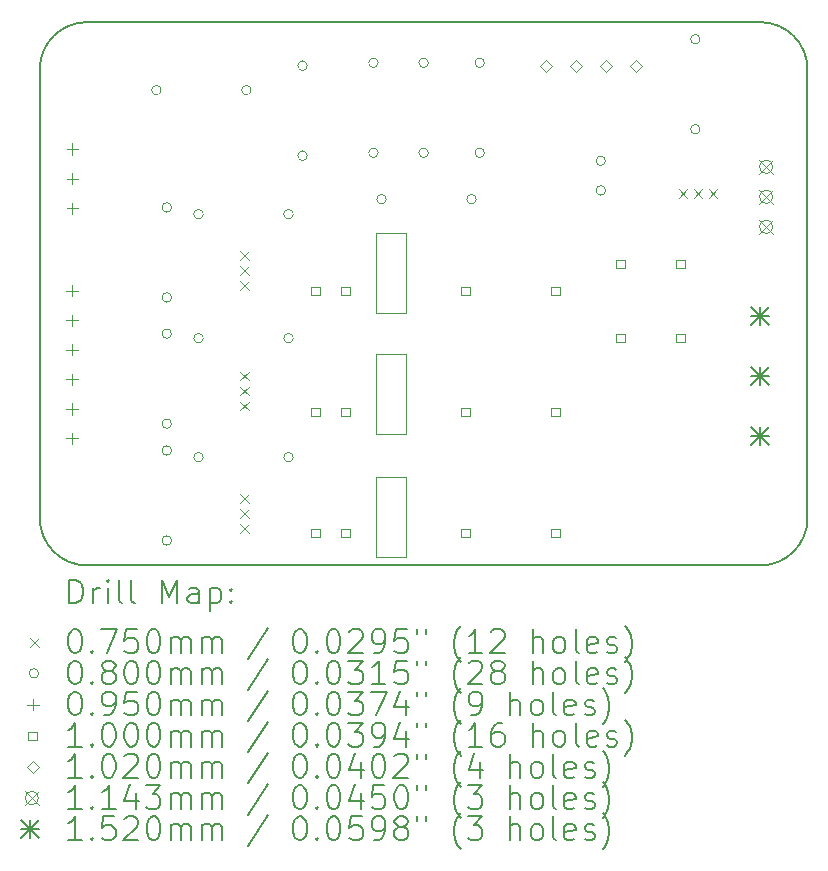
<source format=gbr>
%TF.GenerationSoftware,KiCad,Pcbnew,8.0.2-8.0.2-0~ubuntu22.04.1*%
%TF.CreationDate,2024-06-07T15:14:51-07:00*%
%TF.ProjectId,pifire-relay-pwm-module-SSR,70696669-7265-42d7-9265-6c61792d7077,rev?*%
%TF.SameCoordinates,Original*%
%TF.FileFunction,Drillmap*%
%TF.FilePolarity,Positive*%
%FSLAX45Y45*%
G04 Gerber Fmt 4.5, Leading zero omitted, Abs format (unit mm)*
G04 Created by KiCad (PCBNEW 8.0.2-8.0.2-0~ubuntu22.04.1) date 2024-06-07 15:14:51*
%MOMM*%
%LPD*%
G01*
G04 APERTURE LIST*
%ADD10C,0.050000*%
%ADD11C,0.200000*%
%ADD12C,0.100000*%
%ADD13C,0.102000*%
%ADD14C,0.114300*%
%ADD15C,0.152000*%
G04 APERTURE END LIST*
D10*
X5350000Y-5312500D02*
X5600000Y-5312500D01*
X5600000Y-5987500D01*
X5350000Y-5987500D01*
X5350000Y-5312500D01*
D11*
X9000000Y-2900000D02*
X9000000Y-6700000D01*
X2900000Y-2500000D02*
X8600000Y-2500000D01*
D10*
X5350000Y-6350000D02*
X5600000Y-6350000D01*
X5600000Y-7025000D01*
X5350000Y-7025000D01*
X5350000Y-6350000D01*
X5350000Y-4287500D02*
X5600000Y-4287500D01*
X5600000Y-4962500D01*
X5350000Y-4962500D01*
X5350000Y-4287500D01*
D11*
X8600000Y-2500000D02*
G75*
G02*
X9000000Y-2900000I0J-400000D01*
G01*
X8600000Y-7100000D02*
X2900000Y-7100000D01*
X2500000Y-2900000D02*
G75*
G02*
X2900000Y-2500000I400000J0D01*
G01*
X9000000Y-6700000D02*
G75*
G02*
X8600000Y-7100000I-400000J0D01*
G01*
X2900000Y-7100000D02*
G75*
G02*
X2500000Y-6700000I0J400000D01*
G01*
X2500000Y-6700000D02*
X2500000Y-2900000D01*
D12*
X4195750Y-4437500D02*
X4270750Y-4512500D01*
X4270750Y-4437500D02*
X4195750Y-4512500D01*
X4195750Y-4564500D02*
X4270750Y-4639500D01*
X4270750Y-4564500D02*
X4195750Y-4639500D01*
X4195750Y-4691500D02*
X4270750Y-4766500D01*
X4270750Y-4691500D02*
X4195750Y-4766500D01*
X4195750Y-5458500D02*
X4270750Y-5533500D01*
X4270750Y-5458500D02*
X4195750Y-5533500D01*
X4195750Y-5585500D02*
X4270750Y-5660500D01*
X4270750Y-5585500D02*
X4195750Y-5660500D01*
X4195750Y-5712500D02*
X4270750Y-5787500D01*
X4270750Y-5712500D02*
X4195750Y-5787500D01*
X4195750Y-6493750D02*
X4270750Y-6568750D01*
X4270750Y-6493750D02*
X4195750Y-6568750D01*
X4195750Y-6620750D02*
X4270750Y-6695750D01*
X4270750Y-6620750D02*
X4195750Y-6695750D01*
X4195750Y-6747750D02*
X4270750Y-6822750D01*
X4270750Y-6747750D02*
X4195750Y-6822750D01*
X7908500Y-3912500D02*
X7983500Y-3987500D01*
X7983500Y-3912500D02*
X7908500Y-3987500D01*
X8035500Y-3912500D02*
X8110500Y-3987500D01*
X8110500Y-3912500D02*
X8035500Y-3987500D01*
X8162500Y-3912500D02*
X8237500Y-3987500D01*
X8237500Y-3912500D02*
X8162500Y-3987500D01*
X3528000Y-3075000D02*
G75*
G02*
X3448000Y-3075000I-40000J0D01*
G01*
X3448000Y-3075000D02*
G75*
G02*
X3528000Y-3075000I40000J0D01*
G01*
X3615000Y-4069000D02*
G75*
G02*
X3535000Y-4069000I-40000J0D01*
G01*
X3535000Y-4069000D02*
G75*
G02*
X3615000Y-4069000I40000J0D01*
G01*
X3615000Y-4831000D02*
G75*
G02*
X3535000Y-4831000I-40000J0D01*
G01*
X3535000Y-4831000D02*
G75*
G02*
X3615000Y-4831000I40000J0D01*
G01*
X3615000Y-5138000D02*
G75*
G02*
X3535000Y-5138000I-40000J0D01*
G01*
X3535000Y-5138000D02*
G75*
G02*
X3615000Y-5138000I40000J0D01*
G01*
X3615000Y-5900000D02*
G75*
G02*
X3535000Y-5900000I-40000J0D01*
G01*
X3535000Y-5900000D02*
G75*
G02*
X3615000Y-5900000I40000J0D01*
G01*
X3615000Y-6127250D02*
G75*
G02*
X3535000Y-6127250I-40000J0D01*
G01*
X3535000Y-6127250D02*
G75*
G02*
X3615000Y-6127250I40000J0D01*
G01*
X3615000Y-6889250D02*
G75*
G02*
X3535000Y-6889250I-40000J0D01*
G01*
X3535000Y-6889250D02*
G75*
G02*
X3615000Y-6889250I40000J0D01*
G01*
X3884000Y-4125000D02*
G75*
G02*
X3804000Y-4125000I-40000J0D01*
G01*
X3804000Y-4125000D02*
G75*
G02*
X3884000Y-4125000I40000J0D01*
G01*
X3884000Y-5175000D02*
G75*
G02*
X3804000Y-5175000I-40000J0D01*
G01*
X3804000Y-5175000D02*
G75*
G02*
X3884000Y-5175000I40000J0D01*
G01*
X3884000Y-6183250D02*
G75*
G02*
X3804000Y-6183250I-40000J0D01*
G01*
X3804000Y-6183250D02*
G75*
G02*
X3884000Y-6183250I40000J0D01*
G01*
X4290000Y-3075000D02*
G75*
G02*
X4210000Y-3075000I-40000J0D01*
G01*
X4210000Y-3075000D02*
G75*
G02*
X4290000Y-3075000I40000J0D01*
G01*
X4646000Y-4125000D02*
G75*
G02*
X4566000Y-4125000I-40000J0D01*
G01*
X4566000Y-4125000D02*
G75*
G02*
X4646000Y-4125000I40000J0D01*
G01*
X4646000Y-5175000D02*
G75*
G02*
X4566000Y-5175000I-40000J0D01*
G01*
X4566000Y-5175000D02*
G75*
G02*
X4646000Y-5175000I40000J0D01*
G01*
X4646000Y-6183250D02*
G75*
G02*
X4566000Y-6183250I-40000J0D01*
G01*
X4566000Y-6183250D02*
G75*
G02*
X4646000Y-6183250I40000J0D01*
G01*
X4765000Y-2869000D02*
G75*
G02*
X4685000Y-2869000I-40000J0D01*
G01*
X4685000Y-2869000D02*
G75*
G02*
X4765000Y-2869000I40000J0D01*
G01*
X4765000Y-3631000D02*
G75*
G02*
X4685000Y-3631000I-40000J0D01*
G01*
X4685000Y-3631000D02*
G75*
G02*
X4765000Y-3631000I40000J0D01*
G01*
X5365000Y-2844000D02*
G75*
G02*
X5285000Y-2844000I-40000J0D01*
G01*
X5285000Y-2844000D02*
G75*
G02*
X5365000Y-2844000I40000J0D01*
G01*
X5365000Y-3606000D02*
G75*
G02*
X5285000Y-3606000I-40000J0D01*
G01*
X5285000Y-3606000D02*
G75*
G02*
X5365000Y-3606000I40000J0D01*
G01*
X5434000Y-4000000D02*
G75*
G02*
X5354000Y-4000000I-40000J0D01*
G01*
X5354000Y-4000000D02*
G75*
G02*
X5434000Y-4000000I40000J0D01*
G01*
X5790000Y-2844000D02*
G75*
G02*
X5710000Y-2844000I-40000J0D01*
G01*
X5710000Y-2844000D02*
G75*
G02*
X5790000Y-2844000I40000J0D01*
G01*
X5790000Y-3606000D02*
G75*
G02*
X5710000Y-3606000I-40000J0D01*
G01*
X5710000Y-3606000D02*
G75*
G02*
X5790000Y-3606000I40000J0D01*
G01*
X6196000Y-4000000D02*
G75*
G02*
X6116000Y-4000000I-40000J0D01*
G01*
X6116000Y-4000000D02*
G75*
G02*
X6196000Y-4000000I40000J0D01*
G01*
X6265000Y-2844000D02*
G75*
G02*
X6185000Y-2844000I-40000J0D01*
G01*
X6185000Y-2844000D02*
G75*
G02*
X6265000Y-2844000I40000J0D01*
G01*
X6265000Y-3606000D02*
G75*
G02*
X6185000Y-3606000I-40000J0D01*
G01*
X6185000Y-3606000D02*
G75*
G02*
X6265000Y-3606000I40000J0D01*
G01*
X7290000Y-3675000D02*
G75*
G02*
X7210000Y-3675000I-40000J0D01*
G01*
X7210000Y-3675000D02*
G75*
G02*
X7290000Y-3675000I40000J0D01*
G01*
X7290000Y-3925000D02*
G75*
G02*
X7210000Y-3925000I-40000J0D01*
G01*
X7210000Y-3925000D02*
G75*
G02*
X7290000Y-3925000I40000J0D01*
G01*
X8090000Y-2644000D02*
G75*
G02*
X8010000Y-2644000I-40000J0D01*
G01*
X8010000Y-2644000D02*
G75*
G02*
X8090000Y-2644000I40000J0D01*
G01*
X8090000Y-3406000D02*
G75*
G02*
X8010000Y-3406000I-40000J0D01*
G01*
X8010000Y-3406000D02*
G75*
G02*
X8090000Y-3406000I40000J0D01*
G01*
X2772500Y-4727500D02*
X2772500Y-4822500D01*
X2725000Y-4775000D02*
X2820000Y-4775000D01*
X2772500Y-4977500D02*
X2772500Y-5072500D01*
X2725000Y-5025000D02*
X2820000Y-5025000D01*
X2772500Y-5227500D02*
X2772500Y-5322500D01*
X2725000Y-5275000D02*
X2820000Y-5275000D01*
X2772500Y-5477500D02*
X2772500Y-5572500D01*
X2725000Y-5525000D02*
X2820000Y-5525000D01*
X2772500Y-5727500D02*
X2772500Y-5822500D01*
X2725000Y-5775000D02*
X2820000Y-5775000D01*
X2772500Y-5977500D02*
X2772500Y-6072500D01*
X2725000Y-6025000D02*
X2820000Y-6025000D01*
X2775000Y-3527500D02*
X2775000Y-3622500D01*
X2727500Y-3575000D02*
X2822500Y-3575000D01*
X2775000Y-3777500D02*
X2775000Y-3872500D01*
X2727500Y-3825000D02*
X2822500Y-3825000D01*
X2775000Y-4027500D02*
X2775000Y-4122500D01*
X2727500Y-4075000D02*
X2822500Y-4075000D01*
X4869356Y-4810356D02*
X4869356Y-4739644D01*
X4798644Y-4739644D01*
X4798644Y-4810356D01*
X4869356Y-4810356D01*
X4869356Y-5835356D02*
X4869356Y-5764644D01*
X4798644Y-5764644D01*
X4798644Y-5835356D01*
X4869356Y-5835356D01*
X4869356Y-6860356D02*
X4869356Y-6789644D01*
X4798644Y-6789644D01*
X4798644Y-6860356D01*
X4869356Y-6860356D01*
X5123356Y-4810356D02*
X5123356Y-4739644D01*
X5052644Y-4739644D01*
X5052644Y-4810356D01*
X5123356Y-4810356D01*
X5123356Y-5835356D02*
X5123356Y-5764644D01*
X5052644Y-5764644D01*
X5052644Y-5835356D01*
X5123356Y-5835356D01*
X5123356Y-6860356D02*
X5123356Y-6789644D01*
X5052644Y-6789644D01*
X5052644Y-6860356D01*
X5123356Y-6860356D01*
X6139356Y-4810356D02*
X6139356Y-4739644D01*
X6068644Y-4739644D01*
X6068644Y-4810356D01*
X6139356Y-4810356D01*
X6139356Y-5835356D02*
X6139356Y-5764644D01*
X6068644Y-5764644D01*
X6068644Y-5835356D01*
X6139356Y-5835356D01*
X6139356Y-6860356D02*
X6139356Y-6789644D01*
X6068644Y-6789644D01*
X6068644Y-6860356D01*
X6139356Y-6860356D01*
X6901356Y-4810356D02*
X6901356Y-4739644D01*
X6830644Y-4739644D01*
X6830644Y-4810356D01*
X6901356Y-4810356D01*
X6901356Y-5835356D02*
X6901356Y-5764644D01*
X6830644Y-5764644D01*
X6830644Y-5835356D01*
X6901356Y-5835356D01*
X6901356Y-6860356D02*
X6901356Y-6789644D01*
X6830644Y-6789644D01*
X6830644Y-6860356D01*
X6901356Y-6860356D01*
X7452356Y-4584356D02*
X7452356Y-4513644D01*
X7381644Y-4513644D01*
X7381644Y-4584356D01*
X7452356Y-4584356D01*
X7452356Y-5209356D02*
X7452356Y-5138644D01*
X7381644Y-5138644D01*
X7381644Y-5209356D01*
X7452356Y-5209356D01*
X7960356Y-4585356D02*
X7960356Y-4514644D01*
X7889644Y-4514644D01*
X7889644Y-4585356D01*
X7960356Y-4585356D01*
X7960356Y-5210356D02*
X7960356Y-5139644D01*
X7889644Y-5139644D01*
X7889644Y-5210356D01*
X7960356Y-5210356D01*
D13*
X6788000Y-2926000D02*
X6839000Y-2875000D01*
X6788000Y-2824000D01*
X6737000Y-2875000D01*
X6788000Y-2926000D01*
X7042000Y-2926000D02*
X7093000Y-2875000D01*
X7042000Y-2824000D01*
X6991000Y-2875000D01*
X7042000Y-2926000D01*
X7296000Y-2926000D02*
X7347000Y-2875000D01*
X7296000Y-2824000D01*
X7245000Y-2875000D01*
X7296000Y-2926000D01*
X7550000Y-2926000D02*
X7601000Y-2875000D01*
X7550000Y-2824000D01*
X7499000Y-2875000D01*
X7550000Y-2926000D01*
D14*
X8592850Y-3667850D02*
X8707150Y-3782150D01*
X8707150Y-3667850D02*
X8592850Y-3782150D01*
X8707150Y-3725000D02*
G75*
G02*
X8592850Y-3725000I-57150J0D01*
G01*
X8592850Y-3725000D02*
G75*
G02*
X8707150Y-3725000I57150J0D01*
G01*
X8592850Y-3921850D02*
X8707150Y-4036150D01*
X8707150Y-3921850D02*
X8592850Y-4036150D01*
X8707150Y-3979000D02*
G75*
G02*
X8592850Y-3979000I-57150J0D01*
G01*
X8592850Y-3979000D02*
G75*
G02*
X8707150Y-3979000I57150J0D01*
G01*
X8592850Y-4175850D02*
X8707150Y-4290150D01*
X8707150Y-4175850D02*
X8592850Y-4290150D01*
X8707150Y-4233000D02*
G75*
G02*
X8592850Y-4233000I-57150J0D01*
G01*
X8592850Y-4233000D02*
G75*
G02*
X8707150Y-4233000I57150J0D01*
G01*
D15*
X8524000Y-4916000D02*
X8676000Y-5068000D01*
X8676000Y-4916000D02*
X8524000Y-5068000D01*
X8600000Y-4916000D02*
X8600000Y-5068000D01*
X8524000Y-4992000D02*
X8676000Y-4992000D01*
X8524000Y-5424000D02*
X8676000Y-5576000D01*
X8676000Y-5424000D02*
X8524000Y-5576000D01*
X8600000Y-5424000D02*
X8600000Y-5576000D01*
X8524000Y-5500000D02*
X8676000Y-5500000D01*
X8524000Y-5932000D02*
X8676000Y-6084000D01*
X8676000Y-5932000D02*
X8524000Y-6084000D01*
X8600000Y-5932000D02*
X8600000Y-6084000D01*
X8524000Y-6008000D02*
X8676000Y-6008000D01*
D11*
X2750777Y-7421484D02*
X2750777Y-7221484D01*
X2750777Y-7221484D02*
X2798396Y-7221484D01*
X2798396Y-7221484D02*
X2826967Y-7231008D01*
X2826967Y-7231008D02*
X2846015Y-7250055D01*
X2846015Y-7250055D02*
X2855539Y-7269103D01*
X2855539Y-7269103D02*
X2865062Y-7307198D01*
X2865062Y-7307198D02*
X2865062Y-7335769D01*
X2865062Y-7335769D02*
X2855539Y-7373865D01*
X2855539Y-7373865D02*
X2846015Y-7392912D01*
X2846015Y-7392912D02*
X2826967Y-7411960D01*
X2826967Y-7411960D02*
X2798396Y-7421484D01*
X2798396Y-7421484D02*
X2750777Y-7421484D01*
X2950777Y-7421484D02*
X2950777Y-7288150D01*
X2950777Y-7326246D02*
X2960301Y-7307198D01*
X2960301Y-7307198D02*
X2969824Y-7297674D01*
X2969824Y-7297674D02*
X2988872Y-7288150D01*
X2988872Y-7288150D02*
X3007920Y-7288150D01*
X3074586Y-7421484D02*
X3074586Y-7288150D01*
X3074586Y-7221484D02*
X3065062Y-7231008D01*
X3065062Y-7231008D02*
X3074586Y-7240531D01*
X3074586Y-7240531D02*
X3084110Y-7231008D01*
X3084110Y-7231008D02*
X3074586Y-7221484D01*
X3074586Y-7221484D02*
X3074586Y-7240531D01*
X3198396Y-7421484D02*
X3179348Y-7411960D01*
X3179348Y-7411960D02*
X3169824Y-7392912D01*
X3169824Y-7392912D02*
X3169824Y-7221484D01*
X3303158Y-7421484D02*
X3284110Y-7411960D01*
X3284110Y-7411960D02*
X3274586Y-7392912D01*
X3274586Y-7392912D02*
X3274586Y-7221484D01*
X3531729Y-7421484D02*
X3531729Y-7221484D01*
X3531729Y-7221484D02*
X3598396Y-7364341D01*
X3598396Y-7364341D02*
X3665062Y-7221484D01*
X3665062Y-7221484D02*
X3665062Y-7421484D01*
X3846015Y-7421484D02*
X3846015Y-7316722D01*
X3846015Y-7316722D02*
X3836491Y-7297674D01*
X3836491Y-7297674D02*
X3817443Y-7288150D01*
X3817443Y-7288150D02*
X3779348Y-7288150D01*
X3779348Y-7288150D02*
X3760301Y-7297674D01*
X3846015Y-7411960D02*
X3826967Y-7421484D01*
X3826967Y-7421484D02*
X3779348Y-7421484D01*
X3779348Y-7421484D02*
X3760301Y-7411960D01*
X3760301Y-7411960D02*
X3750777Y-7392912D01*
X3750777Y-7392912D02*
X3750777Y-7373865D01*
X3750777Y-7373865D02*
X3760301Y-7354817D01*
X3760301Y-7354817D02*
X3779348Y-7345293D01*
X3779348Y-7345293D02*
X3826967Y-7345293D01*
X3826967Y-7345293D02*
X3846015Y-7335769D01*
X3941253Y-7288150D02*
X3941253Y-7488150D01*
X3941253Y-7297674D02*
X3960301Y-7288150D01*
X3960301Y-7288150D02*
X3998396Y-7288150D01*
X3998396Y-7288150D02*
X4017443Y-7297674D01*
X4017443Y-7297674D02*
X4026967Y-7307198D01*
X4026967Y-7307198D02*
X4036491Y-7326246D01*
X4036491Y-7326246D02*
X4036491Y-7383388D01*
X4036491Y-7383388D02*
X4026967Y-7402436D01*
X4026967Y-7402436D02*
X4017443Y-7411960D01*
X4017443Y-7411960D02*
X3998396Y-7421484D01*
X3998396Y-7421484D02*
X3960301Y-7421484D01*
X3960301Y-7421484D02*
X3941253Y-7411960D01*
X4122205Y-7402436D02*
X4131729Y-7411960D01*
X4131729Y-7411960D02*
X4122205Y-7421484D01*
X4122205Y-7421484D02*
X4112682Y-7411960D01*
X4112682Y-7411960D02*
X4122205Y-7402436D01*
X4122205Y-7402436D02*
X4122205Y-7421484D01*
X4122205Y-7297674D02*
X4131729Y-7307198D01*
X4131729Y-7307198D02*
X4122205Y-7316722D01*
X4122205Y-7316722D02*
X4112682Y-7307198D01*
X4112682Y-7307198D02*
X4122205Y-7297674D01*
X4122205Y-7297674D02*
X4122205Y-7316722D01*
D12*
X2415000Y-7712500D02*
X2490000Y-7787500D01*
X2490000Y-7712500D02*
X2415000Y-7787500D01*
D11*
X2788872Y-7641484D02*
X2807920Y-7641484D01*
X2807920Y-7641484D02*
X2826967Y-7651008D01*
X2826967Y-7651008D02*
X2836491Y-7660531D01*
X2836491Y-7660531D02*
X2846015Y-7679579D01*
X2846015Y-7679579D02*
X2855539Y-7717674D01*
X2855539Y-7717674D02*
X2855539Y-7765293D01*
X2855539Y-7765293D02*
X2846015Y-7803388D01*
X2846015Y-7803388D02*
X2836491Y-7822436D01*
X2836491Y-7822436D02*
X2826967Y-7831960D01*
X2826967Y-7831960D02*
X2807920Y-7841484D01*
X2807920Y-7841484D02*
X2788872Y-7841484D01*
X2788872Y-7841484D02*
X2769824Y-7831960D01*
X2769824Y-7831960D02*
X2760301Y-7822436D01*
X2760301Y-7822436D02*
X2750777Y-7803388D01*
X2750777Y-7803388D02*
X2741253Y-7765293D01*
X2741253Y-7765293D02*
X2741253Y-7717674D01*
X2741253Y-7717674D02*
X2750777Y-7679579D01*
X2750777Y-7679579D02*
X2760301Y-7660531D01*
X2760301Y-7660531D02*
X2769824Y-7651008D01*
X2769824Y-7651008D02*
X2788872Y-7641484D01*
X2941253Y-7822436D02*
X2950777Y-7831960D01*
X2950777Y-7831960D02*
X2941253Y-7841484D01*
X2941253Y-7841484D02*
X2931729Y-7831960D01*
X2931729Y-7831960D02*
X2941253Y-7822436D01*
X2941253Y-7822436D02*
X2941253Y-7841484D01*
X3017443Y-7641484D02*
X3150777Y-7641484D01*
X3150777Y-7641484D02*
X3065062Y-7841484D01*
X3322205Y-7641484D02*
X3226967Y-7641484D01*
X3226967Y-7641484D02*
X3217443Y-7736722D01*
X3217443Y-7736722D02*
X3226967Y-7727198D01*
X3226967Y-7727198D02*
X3246015Y-7717674D01*
X3246015Y-7717674D02*
X3293634Y-7717674D01*
X3293634Y-7717674D02*
X3312682Y-7727198D01*
X3312682Y-7727198D02*
X3322205Y-7736722D01*
X3322205Y-7736722D02*
X3331729Y-7755769D01*
X3331729Y-7755769D02*
X3331729Y-7803388D01*
X3331729Y-7803388D02*
X3322205Y-7822436D01*
X3322205Y-7822436D02*
X3312682Y-7831960D01*
X3312682Y-7831960D02*
X3293634Y-7841484D01*
X3293634Y-7841484D02*
X3246015Y-7841484D01*
X3246015Y-7841484D02*
X3226967Y-7831960D01*
X3226967Y-7831960D02*
X3217443Y-7822436D01*
X3455539Y-7641484D02*
X3474586Y-7641484D01*
X3474586Y-7641484D02*
X3493634Y-7651008D01*
X3493634Y-7651008D02*
X3503158Y-7660531D01*
X3503158Y-7660531D02*
X3512682Y-7679579D01*
X3512682Y-7679579D02*
X3522205Y-7717674D01*
X3522205Y-7717674D02*
X3522205Y-7765293D01*
X3522205Y-7765293D02*
X3512682Y-7803388D01*
X3512682Y-7803388D02*
X3503158Y-7822436D01*
X3503158Y-7822436D02*
X3493634Y-7831960D01*
X3493634Y-7831960D02*
X3474586Y-7841484D01*
X3474586Y-7841484D02*
X3455539Y-7841484D01*
X3455539Y-7841484D02*
X3436491Y-7831960D01*
X3436491Y-7831960D02*
X3426967Y-7822436D01*
X3426967Y-7822436D02*
X3417443Y-7803388D01*
X3417443Y-7803388D02*
X3407920Y-7765293D01*
X3407920Y-7765293D02*
X3407920Y-7717674D01*
X3407920Y-7717674D02*
X3417443Y-7679579D01*
X3417443Y-7679579D02*
X3426967Y-7660531D01*
X3426967Y-7660531D02*
X3436491Y-7651008D01*
X3436491Y-7651008D02*
X3455539Y-7641484D01*
X3607920Y-7841484D02*
X3607920Y-7708150D01*
X3607920Y-7727198D02*
X3617443Y-7717674D01*
X3617443Y-7717674D02*
X3636491Y-7708150D01*
X3636491Y-7708150D02*
X3665063Y-7708150D01*
X3665063Y-7708150D02*
X3684110Y-7717674D01*
X3684110Y-7717674D02*
X3693634Y-7736722D01*
X3693634Y-7736722D02*
X3693634Y-7841484D01*
X3693634Y-7736722D02*
X3703158Y-7717674D01*
X3703158Y-7717674D02*
X3722205Y-7708150D01*
X3722205Y-7708150D02*
X3750777Y-7708150D01*
X3750777Y-7708150D02*
X3769824Y-7717674D01*
X3769824Y-7717674D02*
X3779348Y-7736722D01*
X3779348Y-7736722D02*
X3779348Y-7841484D01*
X3874586Y-7841484D02*
X3874586Y-7708150D01*
X3874586Y-7727198D02*
X3884110Y-7717674D01*
X3884110Y-7717674D02*
X3903158Y-7708150D01*
X3903158Y-7708150D02*
X3931729Y-7708150D01*
X3931729Y-7708150D02*
X3950777Y-7717674D01*
X3950777Y-7717674D02*
X3960301Y-7736722D01*
X3960301Y-7736722D02*
X3960301Y-7841484D01*
X3960301Y-7736722D02*
X3969824Y-7717674D01*
X3969824Y-7717674D02*
X3988872Y-7708150D01*
X3988872Y-7708150D02*
X4017443Y-7708150D01*
X4017443Y-7708150D02*
X4036491Y-7717674D01*
X4036491Y-7717674D02*
X4046015Y-7736722D01*
X4046015Y-7736722D02*
X4046015Y-7841484D01*
X4436491Y-7631960D02*
X4265063Y-7889103D01*
X4693634Y-7641484D02*
X4712682Y-7641484D01*
X4712682Y-7641484D02*
X4731729Y-7651008D01*
X4731729Y-7651008D02*
X4741253Y-7660531D01*
X4741253Y-7660531D02*
X4750777Y-7679579D01*
X4750777Y-7679579D02*
X4760301Y-7717674D01*
X4760301Y-7717674D02*
X4760301Y-7765293D01*
X4760301Y-7765293D02*
X4750777Y-7803388D01*
X4750777Y-7803388D02*
X4741253Y-7822436D01*
X4741253Y-7822436D02*
X4731729Y-7831960D01*
X4731729Y-7831960D02*
X4712682Y-7841484D01*
X4712682Y-7841484D02*
X4693634Y-7841484D01*
X4693634Y-7841484D02*
X4674587Y-7831960D01*
X4674587Y-7831960D02*
X4665063Y-7822436D01*
X4665063Y-7822436D02*
X4655539Y-7803388D01*
X4655539Y-7803388D02*
X4646015Y-7765293D01*
X4646015Y-7765293D02*
X4646015Y-7717674D01*
X4646015Y-7717674D02*
X4655539Y-7679579D01*
X4655539Y-7679579D02*
X4665063Y-7660531D01*
X4665063Y-7660531D02*
X4674587Y-7651008D01*
X4674587Y-7651008D02*
X4693634Y-7641484D01*
X4846015Y-7822436D02*
X4855539Y-7831960D01*
X4855539Y-7831960D02*
X4846015Y-7841484D01*
X4846015Y-7841484D02*
X4836491Y-7831960D01*
X4836491Y-7831960D02*
X4846015Y-7822436D01*
X4846015Y-7822436D02*
X4846015Y-7841484D01*
X4979348Y-7641484D02*
X4998396Y-7641484D01*
X4998396Y-7641484D02*
X5017444Y-7651008D01*
X5017444Y-7651008D02*
X5026968Y-7660531D01*
X5026968Y-7660531D02*
X5036491Y-7679579D01*
X5036491Y-7679579D02*
X5046015Y-7717674D01*
X5046015Y-7717674D02*
X5046015Y-7765293D01*
X5046015Y-7765293D02*
X5036491Y-7803388D01*
X5036491Y-7803388D02*
X5026968Y-7822436D01*
X5026968Y-7822436D02*
X5017444Y-7831960D01*
X5017444Y-7831960D02*
X4998396Y-7841484D01*
X4998396Y-7841484D02*
X4979348Y-7841484D01*
X4979348Y-7841484D02*
X4960301Y-7831960D01*
X4960301Y-7831960D02*
X4950777Y-7822436D01*
X4950777Y-7822436D02*
X4941253Y-7803388D01*
X4941253Y-7803388D02*
X4931729Y-7765293D01*
X4931729Y-7765293D02*
X4931729Y-7717674D01*
X4931729Y-7717674D02*
X4941253Y-7679579D01*
X4941253Y-7679579D02*
X4950777Y-7660531D01*
X4950777Y-7660531D02*
X4960301Y-7651008D01*
X4960301Y-7651008D02*
X4979348Y-7641484D01*
X5122206Y-7660531D02*
X5131729Y-7651008D01*
X5131729Y-7651008D02*
X5150777Y-7641484D01*
X5150777Y-7641484D02*
X5198396Y-7641484D01*
X5198396Y-7641484D02*
X5217444Y-7651008D01*
X5217444Y-7651008D02*
X5226968Y-7660531D01*
X5226968Y-7660531D02*
X5236491Y-7679579D01*
X5236491Y-7679579D02*
X5236491Y-7698627D01*
X5236491Y-7698627D02*
X5226968Y-7727198D01*
X5226968Y-7727198D02*
X5112682Y-7841484D01*
X5112682Y-7841484D02*
X5236491Y-7841484D01*
X5331729Y-7841484D02*
X5369825Y-7841484D01*
X5369825Y-7841484D02*
X5388872Y-7831960D01*
X5388872Y-7831960D02*
X5398396Y-7822436D01*
X5398396Y-7822436D02*
X5417444Y-7793865D01*
X5417444Y-7793865D02*
X5426968Y-7755769D01*
X5426968Y-7755769D02*
X5426968Y-7679579D01*
X5426968Y-7679579D02*
X5417444Y-7660531D01*
X5417444Y-7660531D02*
X5407920Y-7651008D01*
X5407920Y-7651008D02*
X5388872Y-7641484D01*
X5388872Y-7641484D02*
X5350777Y-7641484D01*
X5350777Y-7641484D02*
X5331729Y-7651008D01*
X5331729Y-7651008D02*
X5322206Y-7660531D01*
X5322206Y-7660531D02*
X5312682Y-7679579D01*
X5312682Y-7679579D02*
X5312682Y-7727198D01*
X5312682Y-7727198D02*
X5322206Y-7746246D01*
X5322206Y-7746246D02*
X5331729Y-7755769D01*
X5331729Y-7755769D02*
X5350777Y-7765293D01*
X5350777Y-7765293D02*
X5388872Y-7765293D01*
X5388872Y-7765293D02*
X5407920Y-7755769D01*
X5407920Y-7755769D02*
X5417444Y-7746246D01*
X5417444Y-7746246D02*
X5426968Y-7727198D01*
X5607920Y-7641484D02*
X5512682Y-7641484D01*
X5512682Y-7641484D02*
X5503158Y-7736722D01*
X5503158Y-7736722D02*
X5512682Y-7727198D01*
X5512682Y-7727198D02*
X5531729Y-7717674D01*
X5531729Y-7717674D02*
X5579349Y-7717674D01*
X5579349Y-7717674D02*
X5598396Y-7727198D01*
X5598396Y-7727198D02*
X5607920Y-7736722D01*
X5607920Y-7736722D02*
X5617444Y-7755769D01*
X5617444Y-7755769D02*
X5617444Y-7803388D01*
X5617444Y-7803388D02*
X5607920Y-7822436D01*
X5607920Y-7822436D02*
X5598396Y-7831960D01*
X5598396Y-7831960D02*
X5579349Y-7841484D01*
X5579349Y-7841484D02*
X5531729Y-7841484D01*
X5531729Y-7841484D02*
X5512682Y-7831960D01*
X5512682Y-7831960D02*
X5503158Y-7822436D01*
X5693634Y-7641484D02*
X5693634Y-7679579D01*
X5769825Y-7641484D02*
X5769825Y-7679579D01*
X6065063Y-7917674D02*
X6055539Y-7908150D01*
X6055539Y-7908150D02*
X6036491Y-7879579D01*
X6036491Y-7879579D02*
X6026968Y-7860531D01*
X6026968Y-7860531D02*
X6017444Y-7831960D01*
X6017444Y-7831960D02*
X6007920Y-7784341D01*
X6007920Y-7784341D02*
X6007920Y-7746246D01*
X6007920Y-7746246D02*
X6017444Y-7698627D01*
X6017444Y-7698627D02*
X6026968Y-7670055D01*
X6026968Y-7670055D02*
X6036491Y-7651008D01*
X6036491Y-7651008D02*
X6055539Y-7622436D01*
X6055539Y-7622436D02*
X6065063Y-7612912D01*
X6246015Y-7841484D02*
X6131729Y-7841484D01*
X6188872Y-7841484D02*
X6188872Y-7641484D01*
X6188872Y-7641484D02*
X6169825Y-7670055D01*
X6169825Y-7670055D02*
X6150777Y-7689103D01*
X6150777Y-7689103D02*
X6131729Y-7698627D01*
X6322206Y-7660531D02*
X6331729Y-7651008D01*
X6331729Y-7651008D02*
X6350777Y-7641484D01*
X6350777Y-7641484D02*
X6398396Y-7641484D01*
X6398396Y-7641484D02*
X6417444Y-7651008D01*
X6417444Y-7651008D02*
X6426968Y-7660531D01*
X6426968Y-7660531D02*
X6436491Y-7679579D01*
X6436491Y-7679579D02*
X6436491Y-7698627D01*
X6436491Y-7698627D02*
X6426968Y-7727198D01*
X6426968Y-7727198D02*
X6312682Y-7841484D01*
X6312682Y-7841484D02*
X6436491Y-7841484D01*
X6674587Y-7841484D02*
X6674587Y-7641484D01*
X6760301Y-7841484D02*
X6760301Y-7736722D01*
X6760301Y-7736722D02*
X6750777Y-7717674D01*
X6750777Y-7717674D02*
X6731730Y-7708150D01*
X6731730Y-7708150D02*
X6703158Y-7708150D01*
X6703158Y-7708150D02*
X6684110Y-7717674D01*
X6684110Y-7717674D02*
X6674587Y-7727198D01*
X6884110Y-7841484D02*
X6865063Y-7831960D01*
X6865063Y-7831960D02*
X6855539Y-7822436D01*
X6855539Y-7822436D02*
X6846015Y-7803388D01*
X6846015Y-7803388D02*
X6846015Y-7746246D01*
X6846015Y-7746246D02*
X6855539Y-7727198D01*
X6855539Y-7727198D02*
X6865063Y-7717674D01*
X6865063Y-7717674D02*
X6884110Y-7708150D01*
X6884110Y-7708150D02*
X6912682Y-7708150D01*
X6912682Y-7708150D02*
X6931730Y-7717674D01*
X6931730Y-7717674D02*
X6941253Y-7727198D01*
X6941253Y-7727198D02*
X6950777Y-7746246D01*
X6950777Y-7746246D02*
X6950777Y-7803388D01*
X6950777Y-7803388D02*
X6941253Y-7822436D01*
X6941253Y-7822436D02*
X6931730Y-7831960D01*
X6931730Y-7831960D02*
X6912682Y-7841484D01*
X6912682Y-7841484D02*
X6884110Y-7841484D01*
X7065063Y-7841484D02*
X7046015Y-7831960D01*
X7046015Y-7831960D02*
X7036491Y-7812912D01*
X7036491Y-7812912D02*
X7036491Y-7641484D01*
X7217444Y-7831960D02*
X7198396Y-7841484D01*
X7198396Y-7841484D02*
X7160301Y-7841484D01*
X7160301Y-7841484D02*
X7141253Y-7831960D01*
X7141253Y-7831960D02*
X7131730Y-7812912D01*
X7131730Y-7812912D02*
X7131730Y-7736722D01*
X7131730Y-7736722D02*
X7141253Y-7717674D01*
X7141253Y-7717674D02*
X7160301Y-7708150D01*
X7160301Y-7708150D02*
X7198396Y-7708150D01*
X7198396Y-7708150D02*
X7217444Y-7717674D01*
X7217444Y-7717674D02*
X7226968Y-7736722D01*
X7226968Y-7736722D02*
X7226968Y-7755769D01*
X7226968Y-7755769D02*
X7131730Y-7774817D01*
X7303158Y-7831960D02*
X7322206Y-7841484D01*
X7322206Y-7841484D02*
X7360301Y-7841484D01*
X7360301Y-7841484D02*
X7379349Y-7831960D01*
X7379349Y-7831960D02*
X7388872Y-7812912D01*
X7388872Y-7812912D02*
X7388872Y-7803388D01*
X7388872Y-7803388D02*
X7379349Y-7784341D01*
X7379349Y-7784341D02*
X7360301Y-7774817D01*
X7360301Y-7774817D02*
X7331730Y-7774817D01*
X7331730Y-7774817D02*
X7312682Y-7765293D01*
X7312682Y-7765293D02*
X7303158Y-7746246D01*
X7303158Y-7746246D02*
X7303158Y-7736722D01*
X7303158Y-7736722D02*
X7312682Y-7717674D01*
X7312682Y-7717674D02*
X7331730Y-7708150D01*
X7331730Y-7708150D02*
X7360301Y-7708150D01*
X7360301Y-7708150D02*
X7379349Y-7717674D01*
X7455539Y-7917674D02*
X7465063Y-7908150D01*
X7465063Y-7908150D02*
X7484111Y-7879579D01*
X7484111Y-7879579D02*
X7493634Y-7860531D01*
X7493634Y-7860531D02*
X7503158Y-7831960D01*
X7503158Y-7831960D02*
X7512682Y-7784341D01*
X7512682Y-7784341D02*
X7512682Y-7746246D01*
X7512682Y-7746246D02*
X7503158Y-7698627D01*
X7503158Y-7698627D02*
X7493634Y-7670055D01*
X7493634Y-7670055D02*
X7484111Y-7651008D01*
X7484111Y-7651008D02*
X7465063Y-7622436D01*
X7465063Y-7622436D02*
X7455539Y-7612912D01*
D12*
X2490000Y-8014000D02*
G75*
G02*
X2410000Y-8014000I-40000J0D01*
G01*
X2410000Y-8014000D02*
G75*
G02*
X2490000Y-8014000I40000J0D01*
G01*
D11*
X2788872Y-7905484D02*
X2807920Y-7905484D01*
X2807920Y-7905484D02*
X2826967Y-7915008D01*
X2826967Y-7915008D02*
X2836491Y-7924531D01*
X2836491Y-7924531D02*
X2846015Y-7943579D01*
X2846015Y-7943579D02*
X2855539Y-7981674D01*
X2855539Y-7981674D02*
X2855539Y-8029293D01*
X2855539Y-8029293D02*
X2846015Y-8067388D01*
X2846015Y-8067388D02*
X2836491Y-8086436D01*
X2836491Y-8086436D02*
X2826967Y-8095960D01*
X2826967Y-8095960D02*
X2807920Y-8105484D01*
X2807920Y-8105484D02*
X2788872Y-8105484D01*
X2788872Y-8105484D02*
X2769824Y-8095960D01*
X2769824Y-8095960D02*
X2760301Y-8086436D01*
X2760301Y-8086436D02*
X2750777Y-8067388D01*
X2750777Y-8067388D02*
X2741253Y-8029293D01*
X2741253Y-8029293D02*
X2741253Y-7981674D01*
X2741253Y-7981674D02*
X2750777Y-7943579D01*
X2750777Y-7943579D02*
X2760301Y-7924531D01*
X2760301Y-7924531D02*
X2769824Y-7915008D01*
X2769824Y-7915008D02*
X2788872Y-7905484D01*
X2941253Y-8086436D02*
X2950777Y-8095960D01*
X2950777Y-8095960D02*
X2941253Y-8105484D01*
X2941253Y-8105484D02*
X2931729Y-8095960D01*
X2931729Y-8095960D02*
X2941253Y-8086436D01*
X2941253Y-8086436D02*
X2941253Y-8105484D01*
X3065062Y-7991198D02*
X3046015Y-7981674D01*
X3046015Y-7981674D02*
X3036491Y-7972150D01*
X3036491Y-7972150D02*
X3026967Y-7953103D01*
X3026967Y-7953103D02*
X3026967Y-7943579D01*
X3026967Y-7943579D02*
X3036491Y-7924531D01*
X3036491Y-7924531D02*
X3046015Y-7915008D01*
X3046015Y-7915008D02*
X3065062Y-7905484D01*
X3065062Y-7905484D02*
X3103158Y-7905484D01*
X3103158Y-7905484D02*
X3122205Y-7915008D01*
X3122205Y-7915008D02*
X3131729Y-7924531D01*
X3131729Y-7924531D02*
X3141253Y-7943579D01*
X3141253Y-7943579D02*
X3141253Y-7953103D01*
X3141253Y-7953103D02*
X3131729Y-7972150D01*
X3131729Y-7972150D02*
X3122205Y-7981674D01*
X3122205Y-7981674D02*
X3103158Y-7991198D01*
X3103158Y-7991198D02*
X3065062Y-7991198D01*
X3065062Y-7991198D02*
X3046015Y-8000722D01*
X3046015Y-8000722D02*
X3036491Y-8010246D01*
X3036491Y-8010246D02*
X3026967Y-8029293D01*
X3026967Y-8029293D02*
X3026967Y-8067388D01*
X3026967Y-8067388D02*
X3036491Y-8086436D01*
X3036491Y-8086436D02*
X3046015Y-8095960D01*
X3046015Y-8095960D02*
X3065062Y-8105484D01*
X3065062Y-8105484D02*
X3103158Y-8105484D01*
X3103158Y-8105484D02*
X3122205Y-8095960D01*
X3122205Y-8095960D02*
X3131729Y-8086436D01*
X3131729Y-8086436D02*
X3141253Y-8067388D01*
X3141253Y-8067388D02*
X3141253Y-8029293D01*
X3141253Y-8029293D02*
X3131729Y-8010246D01*
X3131729Y-8010246D02*
X3122205Y-8000722D01*
X3122205Y-8000722D02*
X3103158Y-7991198D01*
X3265062Y-7905484D02*
X3284110Y-7905484D01*
X3284110Y-7905484D02*
X3303158Y-7915008D01*
X3303158Y-7915008D02*
X3312682Y-7924531D01*
X3312682Y-7924531D02*
X3322205Y-7943579D01*
X3322205Y-7943579D02*
X3331729Y-7981674D01*
X3331729Y-7981674D02*
X3331729Y-8029293D01*
X3331729Y-8029293D02*
X3322205Y-8067388D01*
X3322205Y-8067388D02*
X3312682Y-8086436D01*
X3312682Y-8086436D02*
X3303158Y-8095960D01*
X3303158Y-8095960D02*
X3284110Y-8105484D01*
X3284110Y-8105484D02*
X3265062Y-8105484D01*
X3265062Y-8105484D02*
X3246015Y-8095960D01*
X3246015Y-8095960D02*
X3236491Y-8086436D01*
X3236491Y-8086436D02*
X3226967Y-8067388D01*
X3226967Y-8067388D02*
X3217443Y-8029293D01*
X3217443Y-8029293D02*
X3217443Y-7981674D01*
X3217443Y-7981674D02*
X3226967Y-7943579D01*
X3226967Y-7943579D02*
X3236491Y-7924531D01*
X3236491Y-7924531D02*
X3246015Y-7915008D01*
X3246015Y-7915008D02*
X3265062Y-7905484D01*
X3455539Y-7905484D02*
X3474586Y-7905484D01*
X3474586Y-7905484D02*
X3493634Y-7915008D01*
X3493634Y-7915008D02*
X3503158Y-7924531D01*
X3503158Y-7924531D02*
X3512682Y-7943579D01*
X3512682Y-7943579D02*
X3522205Y-7981674D01*
X3522205Y-7981674D02*
X3522205Y-8029293D01*
X3522205Y-8029293D02*
X3512682Y-8067388D01*
X3512682Y-8067388D02*
X3503158Y-8086436D01*
X3503158Y-8086436D02*
X3493634Y-8095960D01*
X3493634Y-8095960D02*
X3474586Y-8105484D01*
X3474586Y-8105484D02*
X3455539Y-8105484D01*
X3455539Y-8105484D02*
X3436491Y-8095960D01*
X3436491Y-8095960D02*
X3426967Y-8086436D01*
X3426967Y-8086436D02*
X3417443Y-8067388D01*
X3417443Y-8067388D02*
X3407920Y-8029293D01*
X3407920Y-8029293D02*
X3407920Y-7981674D01*
X3407920Y-7981674D02*
X3417443Y-7943579D01*
X3417443Y-7943579D02*
X3426967Y-7924531D01*
X3426967Y-7924531D02*
X3436491Y-7915008D01*
X3436491Y-7915008D02*
X3455539Y-7905484D01*
X3607920Y-8105484D02*
X3607920Y-7972150D01*
X3607920Y-7991198D02*
X3617443Y-7981674D01*
X3617443Y-7981674D02*
X3636491Y-7972150D01*
X3636491Y-7972150D02*
X3665063Y-7972150D01*
X3665063Y-7972150D02*
X3684110Y-7981674D01*
X3684110Y-7981674D02*
X3693634Y-8000722D01*
X3693634Y-8000722D02*
X3693634Y-8105484D01*
X3693634Y-8000722D02*
X3703158Y-7981674D01*
X3703158Y-7981674D02*
X3722205Y-7972150D01*
X3722205Y-7972150D02*
X3750777Y-7972150D01*
X3750777Y-7972150D02*
X3769824Y-7981674D01*
X3769824Y-7981674D02*
X3779348Y-8000722D01*
X3779348Y-8000722D02*
X3779348Y-8105484D01*
X3874586Y-8105484D02*
X3874586Y-7972150D01*
X3874586Y-7991198D02*
X3884110Y-7981674D01*
X3884110Y-7981674D02*
X3903158Y-7972150D01*
X3903158Y-7972150D02*
X3931729Y-7972150D01*
X3931729Y-7972150D02*
X3950777Y-7981674D01*
X3950777Y-7981674D02*
X3960301Y-8000722D01*
X3960301Y-8000722D02*
X3960301Y-8105484D01*
X3960301Y-8000722D02*
X3969824Y-7981674D01*
X3969824Y-7981674D02*
X3988872Y-7972150D01*
X3988872Y-7972150D02*
X4017443Y-7972150D01*
X4017443Y-7972150D02*
X4036491Y-7981674D01*
X4036491Y-7981674D02*
X4046015Y-8000722D01*
X4046015Y-8000722D02*
X4046015Y-8105484D01*
X4436491Y-7895960D02*
X4265063Y-8153103D01*
X4693634Y-7905484D02*
X4712682Y-7905484D01*
X4712682Y-7905484D02*
X4731729Y-7915008D01*
X4731729Y-7915008D02*
X4741253Y-7924531D01*
X4741253Y-7924531D02*
X4750777Y-7943579D01*
X4750777Y-7943579D02*
X4760301Y-7981674D01*
X4760301Y-7981674D02*
X4760301Y-8029293D01*
X4760301Y-8029293D02*
X4750777Y-8067388D01*
X4750777Y-8067388D02*
X4741253Y-8086436D01*
X4741253Y-8086436D02*
X4731729Y-8095960D01*
X4731729Y-8095960D02*
X4712682Y-8105484D01*
X4712682Y-8105484D02*
X4693634Y-8105484D01*
X4693634Y-8105484D02*
X4674587Y-8095960D01*
X4674587Y-8095960D02*
X4665063Y-8086436D01*
X4665063Y-8086436D02*
X4655539Y-8067388D01*
X4655539Y-8067388D02*
X4646015Y-8029293D01*
X4646015Y-8029293D02*
X4646015Y-7981674D01*
X4646015Y-7981674D02*
X4655539Y-7943579D01*
X4655539Y-7943579D02*
X4665063Y-7924531D01*
X4665063Y-7924531D02*
X4674587Y-7915008D01*
X4674587Y-7915008D02*
X4693634Y-7905484D01*
X4846015Y-8086436D02*
X4855539Y-8095960D01*
X4855539Y-8095960D02*
X4846015Y-8105484D01*
X4846015Y-8105484D02*
X4836491Y-8095960D01*
X4836491Y-8095960D02*
X4846015Y-8086436D01*
X4846015Y-8086436D02*
X4846015Y-8105484D01*
X4979348Y-7905484D02*
X4998396Y-7905484D01*
X4998396Y-7905484D02*
X5017444Y-7915008D01*
X5017444Y-7915008D02*
X5026968Y-7924531D01*
X5026968Y-7924531D02*
X5036491Y-7943579D01*
X5036491Y-7943579D02*
X5046015Y-7981674D01*
X5046015Y-7981674D02*
X5046015Y-8029293D01*
X5046015Y-8029293D02*
X5036491Y-8067388D01*
X5036491Y-8067388D02*
X5026968Y-8086436D01*
X5026968Y-8086436D02*
X5017444Y-8095960D01*
X5017444Y-8095960D02*
X4998396Y-8105484D01*
X4998396Y-8105484D02*
X4979348Y-8105484D01*
X4979348Y-8105484D02*
X4960301Y-8095960D01*
X4960301Y-8095960D02*
X4950777Y-8086436D01*
X4950777Y-8086436D02*
X4941253Y-8067388D01*
X4941253Y-8067388D02*
X4931729Y-8029293D01*
X4931729Y-8029293D02*
X4931729Y-7981674D01*
X4931729Y-7981674D02*
X4941253Y-7943579D01*
X4941253Y-7943579D02*
X4950777Y-7924531D01*
X4950777Y-7924531D02*
X4960301Y-7915008D01*
X4960301Y-7915008D02*
X4979348Y-7905484D01*
X5112682Y-7905484D02*
X5236491Y-7905484D01*
X5236491Y-7905484D02*
X5169825Y-7981674D01*
X5169825Y-7981674D02*
X5198396Y-7981674D01*
X5198396Y-7981674D02*
X5217444Y-7991198D01*
X5217444Y-7991198D02*
X5226968Y-8000722D01*
X5226968Y-8000722D02*
X5236491Y-8019769D01*
X5236491Y-8019769D02*
X5236491Y-8067388D01*
X5236491Y-8067388D02*
X5226968Y-8086436D01*
X5226968Y-8086436D02*
X5217444Y-8095960D01*
X5217444Y-8095960D02*
X5198396Y-8105484D01*
X5198396Y-8105484D02*
X5141253Y-8105484D01*
X5141253Y-8105484D02*
X5122206Y-8095960D01*
X5122206Y-8095960D02*
X5112682Y-8086436D01*
X5426968Y-8105484D02*
X5312682Y-8105484D01*
X5369825Y-8105484D02*
X5369825Y-7905484D01*
X5369825Y-7905484D02*
X5350777Y-7934055D01*
X5350777Y-7934055D02*
X5331729Y-7953103D01*
X5331729Y-7953103D02*
X5312682Y-7962627D01*
X5607920Y-7905484D02*
X5512682Y-7905484D01*
X5512682Y-7905484D02*
X5503158Y-8000722D01*
X5503158Y-8000722D02*
X5512682Y-7991198D01*
X5512682Y-7991198D02*
X5531729Y-7981674D01*
X5531729Y-7981674D02*
X5579349Y-7981674D01*
X5579349Y-7981674D02*
X5598396Y-7991198D01*
X5598396Y-7991198D02*
X5607920Y-8000722D01*
X5607920Y-8000722D02*
X5617444Y-8019769D01*
X5617444Y-8019769D02*
X5617444Y-8067388D01*
X5617444Y-8067388D02*
X5607920Y-8086436D01*
X5607920Y-8086436D02*
X5598396Y-8095960D01*
X5598396Y-8095960D02*
X5579349Y-8105484D01*
X5579349Y-8105484D02*
X5531729Y-8105484D01*
X5531729Y-8105484D02*
X5512682Y-8095960D01*
X5512682Y-8095960D02*
X5503158Y-8086436D01*
X5693634Y-7905484D02*
X5693634Y-7943579D01*
X5769825Y-7905484D02*
X5769825Y-7943579D01*
X6065063Y-8181674D02*
X6055539Y-8172150D01*
X6055539Y-8172150D02*
X6036491Y-8143579D01*
X6036491Y-8143579D02*
X6026968Y-8124531D01*
X6026968Y-8124531D02*
X6017444Y-8095960D01*
X6017444Y-8095960D02*
X6007920Y-8048341D01*
X6007920Y-8048341D02*
X6007920Y-8010246D01*
X6007920Y-8010246D02*
X6017444Y-7962627D01*
X6017444Y-7962627D02*
X6026968Y-7934055D01*
X6026968Y-7934055D02*
X6036491Y-7915008D01*
X6036491Y-7915008D02*
X6055539Y-7886436D01*
X6055539Y-7886436D02*
X6065063Y-7876912D01*
X6131729Y-7924531D02*
X6141253Y-7915008D01*
X6141253Y-7915008D02*
X6160301Y-7905484D01*
X6160301Y-7905484D02*
X6207920Y-7905484D01*
X6207920Y-7905484D02*
X6226968Y-7915008D01*
X6226968Y-7915008D02*
X6236491Y-7924531D01*
X6236491Y-7924531D02*
X6246015Y-7943579D01*
X6246015Y-7943579D02*
X6246015Y-7962627D01*
X6246015Y-7962627D02*
X6236491Y-7991198D01*
X6236491Y-7991198D02*
X6122206Y-8105484D01*
X6122206Y-8105484D02*
X6246015Y-8105484D01*
X6360301Y-7991198D02*
X6341253Y-7981674D01*
X6341253Y-7981674D02*
X6331729Y-7972150D01*
X6331729Y-7972150D02*
X6322206Y-7953103D01*
X6322206Y-7953103D02*
X6322206Y-7943579D01*
X6322206Y-7943579D02*
X6331729Y-7924531D01*
X6331729Y-7924531D02*
X6341253Y-7915008D01*
X6341253Y-7915008D02*
X6360301Y-7905484D01*
X6360301Y-7905484D02*
X6398396Y-7905484D01*
X6398396Y-7905484D02*
X6417444Y-7915008D01*
X6417444Y-7915008D02*
X6426968Y-7924531D01*
X6426968Y-7924531D02*
X6436491Y-7943579D01*
X6436491Y-7943579D02*
X6436491Y-7953103D01*
X6436491Y-7953103D02*
X6426968Y-7972150D01*
X6426968Y-7972150D02*
X6417444Y-7981674D01*
X6417444Y-7981674D02*
X6398396Y-7991198D01*
X6398396Y-7991198D02*
X6360301Y-7991198D01*
X6360301Y-7991198D02*
X6341253Y-8000722D01*
X6341253Y-8000722D02*
X6331729Y-8010246D01*
X6331729Y-8010246D02*
X6322206Y-8029293D01*
X6322206Y-8029293D02*
X6322206Y-8067388D01*
X6322206Y-8067388D02*
X6331729Y-8086436D01*
X6331729Y-8086436D02*
X6341253Y-8095960D01*
X6341253Y-8095960D02*
X6360301Y-8105484D01*
X6360301Y-8105484D02*
X6398396Y-8105484D01*
X6398396Y-8105484D02*
X6417444Y-8095960D01*
X6417444Y-8095960D02*
X6426968Y-8086436D01*
X6426968Y-8086436D02*
X6436491Y-8067388D01*
X6436491Y-8067388D02*
X6436491Y-8029293D01*
X6436491Y-8029293D02*
X6426968Y-8010246D01*
X6426968Y-8010246D02*
X6417444Y-8000722D01*
X6417444Y-8000722D02*
X6398396Y-7991198D01*
X6674587Y-8105484D02*
X6674587Y-7905484D01*
X6760301Y-8105484D02*
X6760301Y-8000722D01*
X6760301Y-8000722D02*
X6750777Y-7981674D01*
X6750777Y-7981674D02*
X6731730Y-7972150D01*
X6731730Y-7972150D02*
X6703158Y-7972150D01*
X6703158Y-7972150D02*
X6684110Y-7981674D01*
X6684110Y-7981674D02*
X6674587Y-7991198D01*
X6884110Y-8105484D02*
X6865063Y-8095960D01*
X6865063Y-8095960D02*
X6855539Y-8086436D01*
X6855539Y-8086436D02*
X6846015Y-8067388D01*
X6846015Y-8067388D02*
X6846015Y-8010246D01*
X6846015Y-8010246D02*
X6855539Y-7991198D01*
X6855539Y-7991198D02*
X6865063Y-7981674D01*
X6865063Y-7981674D02*
X6884110Y-7972150D01*
X6884110Y-7972150D02*
X6912682Y-7972150D01*
X6912682Y-7972150D02*
X6931730Y-7981674D01*
X6931730Y-7981674D02*
X6941253Y-7991198D01*
X6941253Y-7991198D02*
X6950777Y-8010246D01*
X6950777Y-8010246D02*
X6950777Y-8067388D01*
X6950777Y-8067388D02*
X6941253Y-8086436D01*
X6941253Y-8086436D02*
X6931730Y-8095960D01*
X6931730Y-8095960D02*
X6912682Y-8105484D01*
X6912682Y-8105484D02*
X6884110Y-8105484D01*
X7065063Y-8105484D02*
X7046015Y-8095960D01*
X7046015Y-8095960D02*
X7036491Y-8076912D01*
X7036491Y-8076912D02*
X7036491Y-7905484D01*
X7217444Y-8095960D02*
X7198396Y-8105484D01*
X7198396Y-8105484D02*
X7160301Y-8105484D01*
X7160301Y-8105484D02*
X7141253Y-8095960D01*
X7141253Y-8095960D02*
X7131730Y-8076912D01*
X7131730Y-8076912D02*
X7131730Y-8000722D01*
X7131730Y-8000722D02*
X7141253Y-7981674D01*
X7141253Y-7981674D02*
X7160301Y-7972150D01*
X7160301Y-7972150D02*
X7198396Y-7972150D01*
X7198396Y-7972150D02*
X7217444Y-7981674D01*
X7217444Y-7981674D02*
X7226968Y-8000722D01*
X7226968Y-8000722D02*
X7226968Y-8019769D01*
X7226968Y-8019769D02*
X7131730Y-8038817D01*
X7303158Y-8095960D02*
X7322206Y-8105484D01*
X7322206Y-8105484D02*
X7360301Y-8105484D01*
X7360301Y-8105484D02*
X7379349Y-8095960D01*
X7379349Y-8095960D02*
X7388872Y-8076912D01*
X7388872Y-8076912D02*
X7388872Y-8067388D01*
X7388872Y-8067388D02*
X7379349Y-8048341D01*
X7379349Y-8048341D02*
X7360301Y-8038817D01*
X7360301Y-8038817D02*
X7331730Y-8038817D01*
X7331730Y-8038817D02*
X7312682Y-8029293D01*
X7312682Y-8029293D02*
X7303158Y-8010246D01*
X7303158Y-8010246D02*
X7303158Y-8000722D01*
X7303158Y-8000722D02*
X7312682Y-7981674D01*
X7312682Y-7981674D02*
X7331730Y-7972150D01*
X7331730Y-7972150D02*
X7360301Y-7972150D01*
X7360301Y-7972150D02*
X7379349Y-7981674D01*
X7455539Y-8181674D02*
X7465063Y-8172150D01*
X7465063Y-8172150D02*
X7484111Y-8143579D01*
X7484111Y-8143579D02*
X7493634Y-8124531D01*
X7493634Y-8124531D02*
X7503158Y-8095960D01*
X7503158Y-8095960D02*
X7512682Y-8048341D01*
X7512682Y-8048341D02*
X7512682Y-8010246D01*
X7512682Y-8010246D02*
X7503158Y-7962627D01*
X7503158Y-7962627D02*
X7493634Y-7934055D01*
X7493634Y-7934055D02*
X7484111Y-7915008D01*
X7484111Y-7915008D02*
X7465063Y-7886436D01*
X7465063Y-7886436D02*
X7455539Y-7876912D01*
D12*
X2442500Y-8230500D02*
X2442500Y-8325500D01*
X2395000Y-8278000D02*
X2490000Y-8278000D01*
D11*
X2788872Y-8169484D02*
X2807920Y-8169484D01*
X2807920Y-8169484D02*
X2826967Y-8179008D01*
X2826967Y-8179008D02*
X2836491Y-8188531D01*
X2836491Y-8188531D02*
X2846015Y-8207579D01*
X2846015Y-8207579D02*
X2855539Y-8245674D01*
X2855539Y-8245674D02*
X2855539Y-8293293D01*
X2855539Y-8293293D02*
X2846015Y-8331388D01*
X2846015Y-8331388D02*
X2836491Y-8350436D01*
X2836491Y-8350436D02*
X2826967Y-8359960D01*
X2826967Y-8359960D02*
X2807920Y-8369484D01*
X2807920Y-8369484D02*
X2788872Y-8369484D01*
X2788872Y-8369484D02*
X2769824Y-8359960D01*
X2769824Y-8359960D02*
X2760301Y-8350436D01*
X2760301Y-8350436D02*
X2750777Y-8331388D01*
X2750777Y-8331388D02*
X2741253Y-8293293D01*
X2741253Y-8293293D02*
X2741253Y-8245674D01*
X2741253Y-8245674D02*
X2750777Y-8207579D01*
X2750777Y-8207579D02*
X2760301Y-8188531D01*
X2760301Y-8188531D02*
X2769824Y-8179008D01*
X2769824Y-8179008D02*
X2788872Y-8169484D01*
X2941253Y-8350436D02*
X2950777Y-8359960D01*
X2950777Y-8359960D02*
X2941253Y-8369484D01*
X2941253Y-8369484D02*
X2931729Y-8359960D01*
X2931729Y-8359960D02*
X2941253Y-8350436D01*
X2941253Y-8350436D02*
X2941253Y-8369484D01*
X3046015Y-8369484D02*
X3084110Y-8369484D01*
X3084110Y-8369484D02*
X3103158Y-8359960D01*
X3103158Y-8359960D02*
X3112682Y-8350436D01*
X3112682Y-8350436D02*
X3131729Y-8321865D01*
X3131729Y-8321865D02*
X3141253Y-8283769D01*
X3141253Y-8283769D02*
X3141253Y-8207579D01*
X3141253Y-8207579D02*
X3131729Y-8188531D01*
X3131729Y-8188531D02*
X3122205Y-8179008D01*
X3122205Y-8179008D02*
X3103158Y-8169484D01*
X3103158Y-8169484D02*
X3065062Y-8169484D01*
X3065062Y-8169484D02*
X3046015Y-8179008D01*
X3046015Y-8179008D02*
X3036491Y-8188531D01*
X3036491Y-8188531D02*
X3026967Y-8207579D01*
X3026967Y-8207579D02*
X3026967Y-8255198D01*
X3026967Y-8255198D02*
X3036491Y-8274246D01*
X3036491Y-8274246D02*
X3046015Y-8283769D01*
X3046015Y-8283769D02*
X3065062Y-8293293D01*
X3065062Y-8293293D02*
X3103158Y-8293293D01*
X3103158Y-8293293D02*
X3122205Y-8283769D01*
X3122205Y-8283769D02*
X3131729Y-8274246D01*
X3131729Y-8274246D02*
X3141253Y-8255198D01*
X3322205Y-8169484D02*
X3226967Y-8169484D01*
X3226967Y-8169484D02*
X3217443Y-8264722D01*
X3217443Y-8264722D02*
X3226967Y-8255198D01*
X3226967Y-8255198D02*
X3246015Y-8245674D01*
X3246015Y-8245674D02*
X3293634Y-8245674D01*
X3293634Y-8245674D02*
X3312682Y-8255198D01*
X3312682Y-8255198D02*
X3322205Y-8264722D01*
X3322205Y-8264722D02*
X3331729Y-8283769D01*
X3331729Y-8283769D02*
X3331729Y-8331388D01*
X3331729Y-8331388D02*
X3322205Y-8350436D01*
X3322205Y-8350436D02*
X3312682Y-8359960D01*
X3312682Y-8359960D02*
X3293634Y-8369484D01*
X3293634Y-8369484D02*
X3246015Y-8369484D01*
X3246015Y-8369484D02*
X3226967Y-8359960D01*
X3226967Y-8359960D02*
X3217443Y-8350436D01*
X3455539Y-8169484D02*
X3474586Y-8169484D01*
X3474586Y-8169484D02*
X3493634Y-8179008D01*
X3493634Y-8179008D02*
X3503158Y-8188531D01*
X3503158Y-8188531D02*
X3512682Y-8207579D01*
X3512682Y-8207579D02*
X3522205Y-8245674D01*
X3522205Y-8245674D02*
X3522205Y-8293293D01*
X3522205Y-8293293D02*
X3512682Y-8331388D01*
X3512682Y-8331388D02*
X3503158Y-8350436D01*
X3503158Y-8350436D02*
X3493634Y-8359960D01*
X3493634Y-8359960D02*
X3474586Y-8369484D01*
X3474586Y-8369484D02*
X3455539Y-8369484D01*
X3455539Y-8369484D02*
X3436491Y-8359960D01*
X3436491Y-8359960D02*
X3426967Y-8350436D01*
X3426967Y-8350436D02*
X3417443Y-8331388D01*
X3417443Y-8331388D02*
X3407920Y-8293293D01*
X3407920Y-8293293D02*
X3407920Y-8245674D01*
X3407920Y-8245674D02*
X3417443Y-8207579D01*
X3417443Y-8207579D02*
X3426967Y-8188531D01*
X3426967Y-8188531D02*
X3436491Y-8179008D01*
X3436491Y-8179008D02*
X3455539Y-8169484D01*
X3607920Y-8369484D02*
X3607920Y-8236150D01*
X3607920Y-8255198D02*
X3617443Y-8245674D01*
X3617443Y-8245674D02*
X3636491Y-8236150D01*
X3636491Y-8236150D02*
X3665063Y-8236150D01*
X3665063Y-8236150D02*
X3684110Y-8245674D01*
X3684110Y-8245674D02*
X3693634Y-8264722D01*
X3693634Y-8264722D02*
X3693634Y-8369484D01*
X3693634Y-8264722D02*
X3703158Y-8245674D01*
X3703158Y-8245674D02*
X3722205Y-8236150D01*
X3722205Y-8236150D02*
X3750777Y-8236150D01*
X3750777Y-8236150D02*
X3769824Y-8245674D01*
X3769824Y-8245674D02*
X3779348Y-8264722D01*
X3779348Y-8264722D02*
X3779348Y-8369484D01*
X3874586Y-8369484D02*
X3874586Y-8236150D01*
X3874586Y-8255198D02*
X3884110Y-8245674D01*
X3884110Y-8245674D02*
X3903158Y-8236150D01*
X3903158Y-8236150D02*
X3931729Y-8236150D01*
X3931729Y-8236150D02*
X3950777Y-8245674D01*
X3950777Y-8245674D02*
X3960301Y-8264722D01*
X3960301Y-8264722D02*
X3960301Y-8369484D01*
X3960301Y-8264722D02*
X3969824Y-8245674D01*
X3969824Y-8245674D02*
X3988872Y-8236150D01*
X3988872Y-8236150D02*
X4017443Y-8236150D01*
X4017443Y-8236150D02*
X4036491Y-8245674D01*
X4036491Y-8245674D02*
X4046015Y-8264722D01*
X4046015Y-8264722D02*
X4046015Y-8369484D01*
X4436491Y-8159960D02*
X4265063Y-8417103D01*
X4693634Y-8169484D02*
X4712682Y-8169484D01*
X4712682Y-8169484D02*
X4731729Y-8179008D01*
X4731729Y-8179008D02*
X4741253Y-8188531D01*
X4741253Y-8188531D02*
X4750777Y-8207579D01*
X4750777Y-8207579D02*
X4760301Y-8245674D01*
X4760301Y-8245674D02*
X4760301Y-8293293D01*
X4760301Y-8293293D02*
X4750777Y-8331388D01*
X4750777Y-8331388D02*
X4741253Y-8350436D01*
X4741253Y-8350436D02*
X4731729Y-8359960D01*
X4731729Y-8359960D02*
X4712682Y-8369484D01*
X4712682Y-8369484D02*
X4693634Y-8369484D01*
X4693634Y-8369484D02*
X4674587Y-8359960D01*
X4674587Y-8359960D02*
X4665063Y-8350436D01*
X4665063Y-8350436D02*
X4655539Y-8331388D01*
X4655539Y-8331388D02*
X4646015Y-8293293D01*
X4646015Y-8293293D02*
X4646015Y-8245674D01*
X4646015Y-8245674D02*
X4655539Y-8207579D01*
X4655539Y-8207579D02*
X4665063Y-8188531D01*
X4665063Y-8188531D02*
X4674587Y-8179008D01*
X4674587Y-8179008D02*
X4693634Y-8169484D01*
X4846015Y-8350436D02*
X4855539Y-8359960D01*
X4855539Y-8359960D02*
X4846015Y-8369484D01*
X4846015Y-8369484D02*
X4836491Y-8359960D01*
X4836491Y-8359960D02*
X4846015Y-8350436D01*
X4846015Y-8350436D02*
X4846015Y-8369484D01*
X4979348Y-8169484D02*
X4998396Y-8169484D01*
X4998396Y-8169484D02*
X5017444Y-8179008D01*
X5017444Y-8179008D02*
X5026968Y-8188531D01*
X5026968Y-8188531D02*
X5036491Y-8207579D01*
X5036491Y-8207579D02*
X5046015Y-8245674D01*
X5046015Y-8245674D02*
X5046015Y-8293293D01*
X5046015Y-8293293D02*
X5036491Y-8331388D01*
X5036491Y-8331388D02*
X5026968Y-8350436D01*
X5026968Y-8350436D02*
X5017444Y-8359960D01*
X5017444Y-8359960D02*
X4998396Y-8369484D01*
X4998396Y-8369484D02*
X4979348Y-8369484D01*
X4979348Y-8369484D02*
X4960301Y-8359960D01*
X4960301Y-8359960D02*
X4950777Y-8350436D01*
X4950777Y-8350436D02*
X4941253Y-8331388D01*
X4941253Y-8331388D02*
X4931729Y-8293293D01*
X4931729Y-8293293D02*
X4931729Y-8245674D01*
X4931729Y-8245674D02*
X4941253Y-8207579D01*
X4941253Y-8207579D02*
X4950777Y-8188531D01*
X4950777Y-8188531D02*
X4960301Y-8179008D01*
X4960301Y-8179008D02*
X4979348Y-8169484D01*
X5112682Y-8169484D02*
X5236491Y-8169484D01*
X5236491Y-8169484D02*
X5169825Y-8245674D01*
X5169825Y-8245674D02*
X5198396Y-8245674D01*
X5198396Y-8245674D02*
X5217444Y-8255198D01*
X5217444Y-8255198D02*
X5226968Y-8264722D01*
X5226968Y-8264722D02*
X5236491Y-8283769D01*
X5236491Y-8283769D02*
X5236491Y-8331388D01*
X5236491Y-8331388D02*
X5226968Y-8350436D01*
X5226968Y-8350436D02*
X5217444Y-8359960D01*
X5217444Y-8359960D02*
X5198396Y-8369484D01*
X5198396Y-8369484D02*
X5141253Y-8369484D01*
X5141253Y-8369484D02*
X5122206Y-8359960D01*
X5122206Y-8359960D02*
X5112682Y-8350436D01*
X5303158Y-8169484D02*
X5436491Y-8169484D01*
X5436491Y-8169484D02*
X5350777Y-8369484D01*
X5598396Y-8236150D02*
X5598396Y-8369484D01*
X5550777Y-8159960D02*
X5503158Y-8302817D01*
X5503158Y-8302817D02*
X5626967Y-8302817D01*
X5693634Y-8169484D02*
X5693634Y-8207579D01*
X5769825Y-8169484D02*
X5769825Y-8207579D01*
X6065063Y-8445674D02*
X6055539Y-8436150D01*
X6055539Y-8436150D02*
X6036491Y-8407579D01*
X6036491Y-8407579D02*
X6026968Y-8388531D01*
X6026968Y-8388531D02*
X6017444Y-8359960D01*
X6017444Y-8359960D02*
X6007920Y-8312341D01*
X6007920Y-8312341D02*
X6007920Y-8274246D01*
X6007920Y-8274246D02*
X6017444Y-8226627D01*
X6017444Y-8226627D02*
X6026968Y-8198055D01*
X6026968Y-8198055D02*
X6036491Y-8179008D01*
X6036491Y-8179008D02*
X6055539Y-8150436D01*
X6055539Y-8150436D02*
X6065063Y-8140912D01*
X6150777Y-8369484D02*
X6188872Y-8369484D01*
X6188872Y-8369484D02*
X6207920Y-8359960D01*
X6207920Y-8359960D02*
X6217444Y-8350436D01*
X6217444Y-8350436D02*
X6236491Y-8321865D01*
X6236491Y-8321865D02*
X6246015Y-8283769D01*
X6246015Y-8283769D02*
X6246015Y-8207579D01*
X6246015Y-8207579D02*
X6236491Y-8188531D01*
X6236491Y-8188531D02*
X6226968Y-8179008D01*
X6226968Y-8179008D02*
X6207920Y-8169484D01*
X6207920Y-8169484D02*
X6169825Y-8169484D01*
X6169825Y-8169484D02*
X6150777Y-8179008D01*
X6150777Y-8179008D02*
X6141253Y-8188531D01*
X6141253Y-8188531D02*
X6131729Y-8207579D01*
X6131729Y-8207579D02*
X6131729Y-8255198D01*
X6131729Y-8255198D02*
X6141253Y-8274246D01*
X6141253Y-8274246D02*
X6150777Y-8283769D01*
X6150777Y-8283769D02*
X6169825Y-8293293D01*
X6169825Y-8293293D02*
X6207920Y-8293293D01*
X6207920Y-8293293D02*
X6226968Y-8283769D01*
X6226968Y-8283769D02*
X6236491Y-8274246D01*
X6236491Y-8274246D02*
X6246015Y-8255198D01*
X6484110Y-8369484D02*
X6484110Y-8169484D01*
X6569825Y-8369484D02*
X6569825Y-8264722D01*
X6569825Y-8264722D02*
X6560301Y-8245674D01*
X6560301Y-8245674D02*
X6541253Y-8236150D01*
X6541253Y-8236150D02*
X6512682Y-8236150D01*
X6512682Y-8236150D02*
X6493634Y-8245674D01*
X6493634Y-8245674D02*
X6484110Y-8255198D01*
X6693634Y-8369484D02*
X6674587Y-8359960D01*
X6674587Y-8359960D02*
X6665063Y-8350436D01*
X6665063Y-8350436D02*
X6655539Y-8331388D01*
X6655539Y-8331388D02*
X6655539Y-8274246D01*
X6655539Y-8274246D02*
X6665063Y-8255198D01*
X6665063Y-8255198D02*
X6674587Y-8245674D01*
X6674587Y-8245674D02*
X6693634Y-8236150D01*
X6693634Y-8236150D02*
X6722206Y-8236150D01*
X6722206Y-8236150D02*
X6741253Y-8245674D01*
X6741253Y-8245674D02*
X6750777Y-8255198D01*
X6750777Y-8255198D02*
X6760301Y-8274246D01*
X6760301Y-8274246D02*
X6760301Y-8331388D01*
X6760301Y-8331388D02*
X6750777Y-8350436D01*
X6750777Y-8350436D02*
X6741253Y-8359960D01*
X6741253Y-8359960D02*
X6722206Y-8369484D01*
X6722206Y-8369484D02*
X6693634Y-8369484D01*
X6874587Y-8369484D02*
X6855539Y-8359960D01*
X6855539Y-8359960D02*
X6846015Y-8340912D01*
X6846015Y-8340912D02*
X6846015Y-8169484D01*
X7026968Y-8359960D02*
X7007920Y-8369484D01*
X7007920Y-8369484D02*
X6969825Y-8369484D01*
X6969825Y-8369484D02*
X6950777Y-8359960D01*
X6950777Y-8359960D02*
X6941253Y-8340912D01*
X6941253Y-8340912D02*
X6941253Y-8264722D01*
X6941253Y-8264722D02*
X6950777Y-8245674D01*
X6950777Y-8245674D02*
X6969825Y-8236150D01*
X6969825Y-8236150D02*
X7007920Y-8236150D01*
X7007920Y-8236150D02*
X7026968Y-8245674D01*
X7026968Y-8245674D02*
X7036491Y-8264722D01*
X7036491Y-8264722D02*
X7036491Y-8283769D01*
X7036491Y-8283769D02*
X6941253Y-8302817D01*
X7112682Y-8359960D02*
X7131730Y-8369484D01*
X7131730Y-8369484D02*
X7169825Y-8369484D01*
X7169825Y-8369484D02*
X7188872Y-8359960D01*
X7188872Y-8359960D02*
X7198396Y-8340912D01*
X7198396Y-8340912D02*
X7198396Y-8331388D01*
X7198396Y-8331388D02*
X7188872Y-8312341D01*
X7188872Y-8312341D02*
X7169825Y-8302817D01*
X7169825Y-8302817D02*
X7141253Y-8302817D01*
X7141253Y-8302817D02*
X7122206Y-8293293D01*
X7122206Y-8293293D02*
X7112682Y-8274246D01*
X7112682Y-8274246D02*
X7112682Y-8264722D01*
X7112682Y-8264722D02*
X7122206Y-8245674D01*
X7122206Y-8245674D02*
X7141253Y-8236150D01*
X7141253Y-8236150D02*
X7169825Y-8236150D01*
X7169825Y-8236150D02*
X7188872Y-8245674D01*
X7265063Y-8445674D02*
X7274587Y-8436150D01*
X7274587Y-8436150D02*
X7293634Y-8407579D01*
X7293634Y-8407579D02*
X7303158Y-8388531D01*
X7303158Y-8388531D02*
X7312682Y-8359960D01*
X7312682Y-8359960D02*
X7322206Y-8312341D01*
X7322206Y-8312341D02*
X7322206Y-8274246D01*
X7322206Y-8274246D02*
X7312682Y-8226627D01*
X7312682Y-8226627D02*
X7303158Y-8198055D01*
X7303158Y-8198055D02*
X7293634Y-8179008D01*
X7293634Y-8179008D02*
X7274587Y-8150436D01*
X7274587Y-8150436D02*
X7265063Y-8140912D01*
D12*
X2475356Y-8577356D02*
X2475356Y-8506644D01*
X2404644Y-8506644D01*
X2404644Y-8577356D01*
X2475356Y-8577356D01*
D11*
X2855539Y-8633484D02*
X2741253Y-8633484D01*
X2798396Y-8633484D02*
X2798396Y-8433484D01*
X2798396Y-8433484D02*
X2779348Y-8462055D01*
X2779348Y-8462055D02*
X2760301Y-8481103D01*
X2760301Y-8481103D02*
X2741253Y-8490627D01*
X2941253Y-8614436D02*
X2950777Y-8623960D01*
X2950777Y-8623960D02*
X2941253Y-8633484D01*
X2941253Y-8633484D02*
X2931729Y-8623960D01*
X2931729Y-8623960D02*
X2941253Y-8614436D01*
X2941253Y-8614436D02*
X2941253Y-8633484D01*
X3074586Y-8433484D02*
X3093634Y-8433484D01*
X3093634Y-8433484D02*
X3112682Y-8443008D01*
X3112682Y-8443008D02*
X3122205Y-8452531D01*
X3122205Y-8452531D02*
X3131729Y-8471579D01*
X3131729Y-8471579D02*
X3141253Y-8509674D01*
X3141253Y-8509674D02*
X3141253Y-8557293D01*
X3141253Y-8557293D02*
X3131729Y-8595389D01*
X3131729Y-8595389D02*
X3122205Y-8614436D01*
X3122205Y-8614436D02*
X3112682Y-8623960D01*
X3112682Y-8623960D02*
X3093634Y-8633484D01*
X3093634Y-8633484D02*
X3074586Y-8633484D01*
X3074586Y-8633484D02*
X3055539Y-8623960D01*
X3055539Y-8623960D02*
X3046015Y-8614436D01*
X3046015Y-8614436D02*
X3036491Y-8595389D01*
X3036491Y-8595389D02*
X3026967Y-8557293D01*
X3026967Y-8557293D02*
X3026967Y-8509674D01*
X3026967Y-8509674D02*
X3036491Y-8471579D01*
X3036491Y-8471579D02*
X3046015Y-8452531D01*
X3046015Y-8452531D02*
X3055539Y-8443008D01*
X3055539Y-8443008D02*
X3074586Y-8433484D01*
X3265062Y-8433484D02*
X3284110Y-8433484D01*
X3284110Y-8433484D02*
X3303158Y-8443008D01*
X3303158Y-8443008D02*
X3312682Y-8452531D01*
X3312682Y-8452531D02*
X3322205Y-8471579D01*
X3322205Y-8471579D02*
X3331729Y-8509674D01*
X3331729Y-8509674D02*
X3331729Y-8557293D01*
X3331729Y-8557293D02*
X3322205Y-8595389D01*
X3322205Y-8595389D02*
X3312682Y-8614436D01*
X3312682Y-8614436D02*
X3303158Y-8623960D01*
X3303158Y-8623960D02*
X3284110Y-8633484D01*
X3284110Y-8633484D02*
X3265062Y-8633484D01*
X3265062Y-8633484D02*
X3246015Y-8623960D01*
X3246015Y-8623960D02*
X3236491Y-8614436D01*
X3236491Y-8614436D02*
X3226967Y-8595389D01*
X3226967Y-8595389D02*
X3217443Y-8557293D01*
X3217443Y-8557293D02*
X3217443Y-8509674D01*
X3217443Y-8509674D02*
X3226967Y-8471579D01*
X3226967Y-8471579D02*
X3236491Y-8452531D01*
X3236491Y-8452531D02*
X3246015Y-8443008D01*
X3246015Y-8443008D02*
X3265062Y-8433484D01*
X3455539Y-8433484D02*
X3474586Y-8433484D01*
X3474586Y-8433484D02*
X3493634Y-8443008D01*
X3493634Y-8443008D02*
X3503158Y-8452531D01*
X3503158Y-8452531D02*
X3512682Y-8471579D01*
X3512682Y-8471579D02*
X3522205Y-8509674D01*
X3522205Y-8509674D02*
X3522205Y-8557293D01*
X3522205Y-8557293D02*
X3512682Y-8595389D01*
X3512682Y-8595389D02*
X3503158Y-8614436D01*
X3503158Y-8614436D02*
X3493634Y-8623960D01*
X3493634Y-8623960D02*
X3474586Y-8633484D01*
X3474586Y-8633484D02*
X3455539Y-8633484D01*
X3455539Y-8633484D02*
X3436491Y-8623960D01*
X3436491Y-8623960D02*
X3426967Y-8614436D01*
X3426967Y-8614436D02*
X3417443Y-8595389D01*
X3417443Y-8595389D02*
X3407920Y-8557293D01*
X3407920Y-8557293D02*
X3407920Y-8509674D01*
X3407920Y-8509674D02*
X3417443Y-8471579D01*
X3417443Y-8471579D02*
X3426967Y-8452531D01*
X3426967Y-8452531D02*
X3436491Y-8443008D01*
X3436491Y-8443008D02*
X3455539Y-8433484D01*
X3607920Y-8633484D02*
X3607920Y-8500150D01*
X3607920Y-8519198D02*
X3617443Y-8509674D01*
X3617443Y-8509674D02*
X3636491Y-8500150D01*
X3636491Y-8500150D02*
X3665063Y-8500150D01*
X3665063Y-8500150D02*
X3684110Y-8509674D01*
X3684110Y-8509674D02*
X3693634Y-8528722D01*
X3693634Y-8528722D02*
X3693634Y-8633484D01*
X3693634Y-8528722D02*
X3703158Y-8509674D01*
X3703158Y-8509674D02*
X3722205Y-8500150D01*
X3722205Y-8500150D02*
X3750777Y-8500150D01*
X3750777Y-8500150D02*
X3769824Y-8509674D01*
X3769824Y-8509674D02*
X3779348Y-8528722D01*
X3779348Y-8528722D02*
X3779348Y-8633484D01*
X3874586Y-8633484D02*
X3874586Y-8500150D01*
X3874586Y-8519198D02*
X3884110Y-8509674D01*
X3884110Y-8509674D02*
X3903158Y-8500150D01*
X3903158Y-8500150D02*
X3931729Y-8500150D01*
X3931729Y-8500150D02*
X3950777Y-8509674D01*
X3950777Y-8509674D02*
X3960301Y-8528722D01*
X3960301Y-8528722D02*
X3960301Y-8633484D01*
X3960301Y-8528722D02*
X3969824Y-8509674D01*
X3969824Y-8509674D02*
X3988872Y-8500150D01*
X3988872Y-8500150D02*
X4017443Y-8500150D01*
X4017443Y-8500150D02*
X4036491Y-8509674D01*
X4036491Y-8509674D02*
X4046015Y-8528722D01*
X4046015Y-8528722D02*
X4046015Y-8633484D01*
X4436491Y-8423960D02*
X4265063Y-8681103D01*
X4693634Y-8433484D02*
X4712682Y-8433484D01*
X4712682Y-8433484D02*
X4731729Y-8443008D01*
X4731729Y-8443008D02*
X4741253Y-8452531D01*
X4741253Y-8452531D02*
X4750777Y-8471579D01*
X4750777Y-8471579D02*
X4760301Y-8509674D01*
X4760301Y-8509674D02*
X4760301Y-8557293D01*
X4760301Y-8557293D02*
X4750777Y-8595389D01*
X4750777Y-8595389D02*
X4741253Y-8614436D01*
X4741253Y-8614436D02*
X4731729Y-8623960D01*
X4731729Y-8623960D02*
X4712682Y-8633484D01*
X4712682Y-8633484D02*
X4693634Y-8633484D01*
X4693634Y-8633484D02*
X4674587Y-8623960D01*
X4674587Y-8623960D02*
X4665063Y-8614436D01*
X4665063Y-8614436D02*
X4655539Y-8595389D01*
X4655539Y-8595389D02*
X4646015Y-8557293D01*
X4646015Y-8557293D02*
X4646015Y-8509674D01*
X4646015Y-8509674D02*
X4655539Y-8471579D01*
X4655539Y-8471579D02*
X4665063Y-8452531D01*
X4665063Y-8452531D02*
X4674587Y-8443008D01*
X4674587Y-8443008D02*
X4693634Y-8433484D01*
X4846015Y-8614436D02*
X4855539Y-8623960D01*
X4855539Y-8623960D02*
X4846015Y-8633484D01*
X4846015Y-8633484D02*
X4836491Y-8623960D01*
X4836491Y-8623960D02*
X4846015Y-8614436D01*
X4846015Y-8614436D02*
X4846015Y-8633484D01*
X4979348Y-8433484D02*
X4998396Y-8433484D01*
X4998396Y-8433484D02*
X5017444Y-8443008D01*
X5017444Y-8443008D02*
X5026968Y-8452531D01*
X5026968Y-8452531D02*
X5036491Y-8471579D01*
X5036491Y-8471579D02*
X5046015Y-8509674D01*
X5046015Y-8509674D02*
X5046015Y-8557293D01*
X5046015Y-8557293D02*
X5036491Y-8595389D01*
X5036491Y-8595389D02*
X5026968Y-8614436D01*
X5026968Y-8614436D02*
X5017444Y-8623960D01*
X5017444Y-8623960D02*
X4998396Y-8633484D01*
X4998396Y-8633484D02*
X4979348Y-8633484D01*
X4979348Y-8633484D02*
X4960301Y-8623960D01*
X4960301Y-8623960D02*
X4950777Y-8614436D01*
X4950777Y-8614436D02*
X4941253Y-8595389D01*
X4941253Y-8595389D02*
X4931729Y-8557293D01*
X4931729Y-8557293D02*
X4931729Y-8509674D01*
X4931729Y-8509674D02*
X4941253Y-8471579D01*
X4941253Y-8471579D02*
X4950777Y-8452531D01*
X4950777Y-8452531D02*
X4960301Y-8443008D01*
X4960301Y-8443008D02*
X4979348Y-8433484D01*
X5112682Y-8433484D02*
X5236491Y-8433484D01*
X5236491Y-8433484D02*
X5169825Y-8509674D01*
X5169825Y-8509674D02*
X5198396Y-8509674D01*
X5198396Y-8509674D02*
X5217444Y-8519198D01*
X5217444Y-8519198D02*
X5226968Y-8528722D01*
X5226968Y-8528722D02*
X5236491Y-8547770D01*
X5236491Y-8547770D02*
X5236491Y-8595389D01*
X5236491Y-8595389D02*
X5226968Y-8614436D01*
X5226968Y-8614436D02*
X5217444Y-8623960D01*
X5217444Y-8623960D02*
X5198396Y-8633484D01*
X5198396Y-8633484D02*
X5141253Y-8633484D01*
X5141253Y-8633484D02*
X5122206Y-8623960D01*
X5122206Y-8623960D02*
X5112682Y-8614436D01*
X5331729Y-8633484D02*
X5369825Y-8633484D01*
X5369825Y-8633484D02*
X5388872Y-8623960D01*
X5388872Y-8623960D02*
X5398396Y-8614436D01*
X5398396Y-8614436D02*
X5417444Y-8585865D01*
X5417444Y-8585865D02*
X5426968Y-8547770D01*
X5426968Y-8547770D02*
X5426968Y-8471579D01*
X5426968Y-8471579D02*
X5417444Y-8452531D01*
X5417444Y-8452531D02*
X5407920Y-8443008D01*
X5407920Y-8443008D02*
X5388872Y-8433484D01*
X5388872Y-8433484D02*
X5350777Y-8433484D01*
X5350777Y-8433484D02*
X5331729Y-8443008D01*
X5331729Y-8443008D02*
X5322206Y-8452531D01*
X5322206Y-8452531D02*
X5312682Y-8471579D01*
X5312682Y-8471579D02*
X5312682Y-8519198D01*
X5312682Y-8519198D02*
X5322206Y-8538246D01*
X5322206Y-8538246D02*
X5331729Y-8547770D01*
X5331729Y-8547770D02*
X5350777Y-8557293D01*
X5350777Y-8557293D02*
X5388872Y-8557293D01*
X5388872Y-8557293D02*
X5407920Y-8547770D01*
X5407920Y-8547770D02*
X5417444Y-8538246D01*
X5417444Y-8538246D02*
X5426968Y-8519198D01*
X5598396Y-8500150D02*
X5598396Y-8633484D01*
X5550777Y-8423960D02*
X5503158Y-8566817D01*
X5503158Y-8566817D02*
X5626967Y-8566817D01*
X5693634Y-8433484D02*
X5693634Y-8471579D01*
X5769825Y-8433484D02*
X5769825Y-8471579D01*
X6065063Y-8709674D02*
X6055539Y-8700150D01*
X6055539Y-8700150D02*
X6036491Y-8671579D01*
X6036491Y-8671579D02*
X6026968Y-8652531D01*
X6026968Y-8652531D02*
X6017444Y-8623960D01*
X6017444Y-8623960D02*
X6007920Y-8576341D01*
X6007920Y-8576341D02*
X6007920Y-8538246D01*
X6007920Y-8538246D02*
X6017444Y-8490627D01*
X6017444Y-8490627D02*
X6026968Y-8462055D01*
X6026968Y-8462055D02*
X6036491Y-8443008D01*
X6036491Y-8443008D02*
X6055539Y-8414436D01*
X6055539Y-8414436D02*
X6065063Y-8404912D01*
X6246015Y-8633484D02*
X6131729Y-8633484D01*
X6188872Y-8633484D02*
X6188872Y-8433484D01*
X6188872Y-8433484D02*
X6169825Y-8462055D01*
X6169825Y-8462055D02*
X6150777Y-8481103D01*
X6150777Y-8481103D02*
X6131729Y-8490627D01*
X6417444Y-8433484D02*
X6379348Y-8433484D01*
X6379348Y-8433484D02*
X6360301Y-8443008D01*
X6360301Y-8443008D02*
X6350777Y-8452531D01*
X6350777Y-8452531D02*
X6331729Y-8481103D01*
X6331729Y-8481103D02*
X6322206Y-8519198D01*
X6322206Y-8519198D02*
X6322206Y-8595389D01*
X6322206Y-8595389D02*
X6331729Y-8614436D01*
X6331729Y-8614436D02*
X6341253Y-8623960D01*
X6341253Y-8623960D02*
X6360301Y-8633484D01*
X6360301Y-8633484D02*
X6398396Y-8633484D01*
X6398396Y-8633484D02*
X6417444Y-8623960D01*
X6417444Y-8623960D02*
X6426968Y-8614436D01*
X6426968Y-8614436D02*
X6436491Y-8595389D01*
X6436491Y-8595389D02*
X6436491Y-8547770D01*
X6436491Y-8547770D02*
X6426968Y-8528722D01*
X6426968Y-8528722D02*
X6417444Y-8519198D01*
X6417444Y-8519198D02*
X6398396Y-8509674D01*
X6398396Y-8509674D02*
X6360301Y-8509674D01*
X6360301Y-8509674D02*
X6341253Y-8519198D01*
X6341253Y-8519198D02*
X6331729Y-8528722D01*
X6331729Y-8528722D02*
X6322206Y-8547770D01*
X6674587Y-8633484D02*
X6674587Y-8433484D01*
X6760301Y-8633484D02*
X6760301Y-8528722D01*
X6760301Y-8528722D02*
X6750777Y-8509674D01*
X6750777Y-8509674D02*
X6731730Y-8500150D01*
X6731730Y-8500150D02*
X6703158Y-8500150D01*
X6703158Y-8500150D02*
X6684110Y-8509674D01*
X6684110Y-8509674D02*
X6674587Y-8519198D01*
X6884110Y-8633484D02*
X6865063Y-8623960D01*
X6865063Y-8623960D02*
X6855539Y-8614436D01*
X6855539Y-8614436D02*
X6846015Y-8595389D01*
X6846015Y-8595389D02*
X6846015Y-8538246D01*
X6846015Y-8538246D02*
X6855539Y-8519198D01*
X6855539Y-8519198D02*
X6865063Y-8509674D01*
X6865063Y-8509674D02*
X6884110Y-8500150D01*
X6884110Y-8500150D02*
X6912682Y-8500150D01*
X6912682Y-8500150D02*
X6931730Y-8509674D01*
X6931730Y-8509674D02*
X6941253Y-8519198D01*
X6941253Y-8519198D02*
X6950777Y-8538246D01*
X6950777Y-8538246D02*
X6950777Y-8595389D01*
X6950777Y-8595389D02*
X6941253Y-8614436D01*
X6941253Y-8614436D02*
X6931730Y-8623960D01*
X6931730Y-8623960D02*
X6912682Y-8633484D01*
X6912682Y-8633484D02*
X6884110Y-8633484D01*
X7065063Y-8633484D02*
X7046015Y-8623960D01*
X7046015Y-8623960D02*
X7036491Y-8604912D01*
X7036491Y-8604912D02*
X7036491Y-8433484D01*
X7217444Y-8623960D02*
X7198396Y-8633484D01*
X7198396Y-8633484D02*
X7160301Y-8633484D01*
X7160301Y-8633484D02*
X7141253Y-8623960D01*
X7141253Y-8623960D02*
X7131730Y-8604912D01*
X7131730Y-8604912D02*
X7131730Y-8528722D01*
X7131730Y-8528722D02*
X7141253Y-8509674D01*
X7141253Y-8509674D02*
X7160301Y-8500150D01*
X7160301Y-8500150D02*
X7198396Y-8500150D01*
X7198396Y-8500150D02*
X7217444Y-8509674D01*
X7217444Y-8509674D02*
X7226968Y-8528722D01*
X7226968Y-8528722D02*
X7226968Y-8547770D01*
X7226968Y-8547770D02*
X7131730Y-8566817D01*
X7303158Y-8623960D02*
X7322206Y-8633484D01*
X7322206Y-8633484D02*
X7360301Y-8633484D01*
X7360301Y-8633484D02*
X7379349Y-8623960D01*
X7379349Y-8623960D02*
X7388872Y-8604912D01*
X7388872Y-8604912D02*
X7388872Y-8595389D01*
X7388872Y-8595389D02*
X7379349Y-8576341D01*
X7379349Y-8576341D02*
X7360301Y-8566817D01*
X7360301Y-8566817D02*
X7331730Y-8566817D01*
X7331730Y-8566817D02*
X7312682Y-8557293D01*
X7312682Y-8557293D02*
X7303158Y-8538246D01*
X7303158Y-8538246D02*
X7303158Y-8528722D01*
X7303158Y-8528722D02*
X7312682Y-8509674D01*
X7312682Y-8509674D02*
X7331730Y-8500150D01*
X7331730Y-8500150D02*
X7360301Y-8500150D01*
X7360301Y-8500150D02*
X7379349Y-8509674D01*
X7455539Y-8709674D02*
X7465063Y-8700150D01*
X7465063Y-8700150D02*
X7484111Y-8671579D01*
X7484111Y-8671579D02*
X7493634Y-8652531D01*
X7493634Y-8652531D02*
X7503158Y-8623960D01*
X7503158Y-8623960D02*
X7512682Y-8576341D01*
X7512682Y-8576341D02*
X7512682Y-8538246D01*
X7512682Y-8538246D02*
X7503158Y-8490627D01*
X7503158Y-8490627D02*
X7493634Y-8462055D01*
X7493634Y-8462055D02*
X7484111Y-8443008D01*
X7484111Y-8443008D02*
X7465063Y-8414436D01*
X7465063Y-8414436D02*
X7455539Y-8404912D01*
D13*
X2439000Y-8857000D02*
X2490000Y-8806000D01*
X2439000Y-8755000D01*
X2388000Y-8806000D01*
X2439000Y-8857000D01*
D11*
X2855539Y-8897484D02*
X2741253Y-8897484D01*
X2798396Y-8897484D02*
X2798396Y-8697484D01*
X2798396Y-8697484D02*
X2779348Y-8726055D01*
X2779348Y-8726055D02*
X2760301Y-8745103D01*
X2760301Y-8745103D02*
X2741253Y-8754627D01*
X2941253Y-8878436D02*
X2950777Y-8887960D01*
X2950777Y-8887960D02*
X2941253Y-8897484D01*
X2941253Y-8897484D02*
X2931729Y-8887960D01*
X2931729Y-8887960D02*
X2941253Y-8878436D01*
X2941253Y-8878436D02*
X2941253Y-8897484D01*
X3074586Y-8697484D02*
X3093634Y-8697484D01*
X3093634Y-8697484D02*
X3112682Y-8707008D01*
X3112682Y-8707008D02*
X3122205Y-8716531D01*
X3122205Y-8716531D02*
X3131729Y-8735579D01*
X3131729Y-8735579D02*
X3141253Y-8773674D01*
X3141253Y-8773674D02*
X3141253Y-8821293D01*
X3141253Y-8821293D02*
X3131729Y-8859389D01*
X3131729Y-8859389D02*
X3122205Y-8878436D01*
X3122205Y-8878436D02*
X3112682Y-8887960D01*
X3112682Y-8887960D02*
X3093634Y-8897484D01*
X3093634Y-8897484D02*
X3074586Y-8897484D01*
X3074586Y-8897484D02*
X3055539Y-8887960D01*
X3055539Y-8887960D02*
X3046015Y-8878436D01*
X3046015Y-8878436D02*
X3036491Y-8859389D01*
X3036491Y-8859389D02*
X3026967Y-8821293D01*
X3026967Y-8821293D02*
X3026967Y-8773674D01*
X3026967Y-8773674D02*
X3036491Y-8735579D01*
X3036491Y-8735579D02*
X3046015Y-8716531D01*
X3046015Y-8716531D02*
X3055539Y-8707008D01*
X3055539Y-8707008D02*
X3074586Y-8697484D01*
X3217443Y-8716531D02*
X3226967Y-8707008D01*
X3226967Y-8707008D02*
X3246015Y-8697484D01*
X3246015Y-8697484D02*
X3293634Y-8697484D01*
X3293634Y-8697484D02*
X3312682Y-8707008D01*
X3312682Y-8707008D02*
X3322205Y-8716531D01*
X3322205Y-8716531D02*
X3331729Y-8735579D01*
X3331729Y-8735579D02*
X3331729Y-8754627D01*
X3331729Y-8754627D02*
X3322205Y-8783198D01*
X3322205Y-8783198D02*
X3207920Y-8897484D01*
X3207920Y-8897484D02*
X3331729Y-8897484D01*
X3455539Y-8697484D02*
X3474586Y-8697484D01*
X3474586Y-8697484D02*
X3493634Y-8707008D01*
X3493634Y-8707008D02*
X3503158Y-8716531D01*
X3503158Y-8716531D02*
X3512682Y-8735579D01*
X3512682Y-8735579D02*
X3522205Y-8773674D01*
X3522205Y-8773674D02*
X3522205Y-8821293D01*
X3522205Y-8821293D02*
X3512682Y-8859389D01*
X3512682Y-8859389D02*
X3503158Y-8878436D01*
X3503158Y-8878436D02*
X3493634Y-8887960D01*
X3493634Y-8887960D02*
X3474586Y-8897484D01*
X3474586Y-8897484D02*
X3455539Y-8897484D01*
X3455539Y-8897484D02*
X3436491Y-8887960D01*
X3436491Y-8887960D02*
X3426967Y-8878436D01*
X3426967Y-8878436D02*
X3417443Y-8859389D01*
X3417443Y-8859389D02*
X3407920Y-8821293D01*
X3407920Y-8821293D02*
X3407920Y-8773674D01*
X3407920Y-8773674D02*
X3417443Y-8735579D01*
X3417443Y-8735579D02*
X3426967Y-8716531D01*
X3426967Y-8716531D02*
X3436491Y-8707008D01*
X3436491Y-8707008D02*
X3455539Y-8697484D01*
X3607920Y-8897484D02*
X3607920Y-8764150D01*
X3607920Y-8783198D02*
X3617443Y-8773674D01*
X3617443Y-8773674D02*
X3636491Y-8764150D01*
X3636491Y-8764150D02*
X3665063Y-8764150D01*
X3665063Y-8764150D02*
X3684110Y-8773674D01*
X3684110Y-8773674D02*
X3693634Y-8792722D01*
X3693634Y-8792722D02*
X3693634Y-8897484D01*
X3693634Y-8792722D02*
X3703158Y-8773674D01*
X3703158Y-8773674D02*
X3722205Y-8764150D01*
X3722205Y-8764150D02*
X3750777Y-8764150D01*
X3750777Y-8764150D02*
X3769824Y-8773674D01*
X3769824Y-8773674D02*
X3779348Y-8792722D01*
X3779348Y-8792722D02*
X3779348Y-8897484D01*
X3874586Y-8897484D02*
X3874586Y-8764150D01*
X3874586Y-8783198D02*
X3884110Y-8773674D01*
X3884110Y-8773674D02*
X3903158Y-8764150D01*
X3903158Y-8764150D02*
X3931729Y-8764150D01*
X3931729Y-8764150D02*
X3950777Y-8773674D01*
X3950777Y-8773674D02*
X3960301Y-8792722D01*
X3960301Y-8792722D02*
X3960301Y-8897484D01*
X3960301Y-8792722D02*
X3969824Y-8773674D01*
X3969824Y-8773674D02*
X3988872Y-8764150D01*
X3988872Y-8764150D02*
X4017443Y-8764150D01*
X4017443Y-8764150D02*
X4036491Y-8773674D01*
X4036491Y-8773674D02*
X4046015Y-8792722D01*
X4046015Y-8792722D02*
X4046015Y-8897484D01*
X4436491Y-8687960D02*
X4265063Y-8945103D01*
X4693634Y-8697484D02*
X4712682Y-8697484D01*
X4712682Y-8697484D02*
X4731729Y-8707008D01*
X4731729Y-8707008D02*
X4741253Y-8716531D01*
X4741253Y-8716531D02*
X4750777Y-8735579D01*
X4750777Y-8735579D02*
X4760301Y-8773674D01*
X4760301Y-8773674D02*
X4760301Y-8821293D01*
X4760301Y-8821293D02*
X4750777Y-8859389D01*
X4750777Y-8859389D02*
X4741253Y-8878436D01*
X4741253Y-8878436D02*
X4731729Y-8887960D01*
X4731729Y-8887960D02*
X4712682Y-8897484D01*
X4712682Y-8897484D02*
X4693634Y-8897484D01*
X4693634Y-8897484D02*
X4674587Y-8887960D01*
X4674587Y-8887960D02*
X4665063Y-8878436D01*
X4665063Y-8878436D02*
X4655539Y-8859389D01*
X4655539Y-8859389D02*
X4646015Y-8821293D01*
X4646015Y-8821293D02*
X4646015Y-8773674D01*
X4646015Y-8773674D02*
X4655539Y-8735579D01*
X4655539Y-8735579D02*
X4665063Y-8716531D01*
X4665063Y-8716531D02*
X4674587Y-8707008D01*
X4674587Y-8707008D02*
X4693634Y-8697484D01*
X4846015Y-8878436D02*
X4855539Y-8887960D01*
X4855539Y-8887960D02*
X4846015Y-8897484D01*
X4846015Y-8897484D02*
X4836491Y-8887960D01*
X4836491Y-8887960D02*
X4846015Y-8878436D01*
X4846015Y-8878436D02*
X4846015Y-8897484D01*
X4979348Y-8697484D02*
X4998396Y-8697484D01*
X4998396Y-8697484D02*
X5017444Y-8707008D01*
X5017444Y-8707008D02*
X5026968Y-8716531D01*
X5026968Y-8716531D02*
X5036491Y-8735579D01*
X5036491Y-8735579D02*
X5046015Y-8773674D01*
X5046015Y-8773674D02*
X5046015Y-8821293D01*
X5046015Y-8821293D02*
X5036491Y-8859389D01*
X5036491Y-8859389D02*
X5026968Y-8878436D01*
X5026968Y-8878436D02*
X5017444Y-8887960D01*
X5017444Y-8887960D02*
X4998396Y-8897484D01*
X4998396Y-8897484D02*
X4979348Y-8897484D01*
X4979348Y-8897484D02*
X4960301Y-8887960D01*
X4960301Y-8887960D02*
X4950777Y-8878436D01*
X4950777Y-8878436D02*
X4941253Y-8859389D01*
X4941253Y-8859389D02*
X4931729Y-8821293D01*
X4931729Y-8821293D02*
X4931729Y-8773674D01*
X4931729Y-8773674D02*
X4941253Y-8735579D01*
X4941253Y-8735579D02*
X4950777Y-8716531D01*
X4950777Y-8716531D02*
X4960301Y-8707008D01*
X4960301Y-8707008D02*
X4979348Y-8697484D01*
X5217444Y-8764150D02*
X5217444Y-8897484D01*
X5169825Y-8687960D02*
X5122206Y-8830817D01*
X5122206Y-8830817D02*
X5246015Y-8830817D01*
X5360301Y-8697484D02*
X5379349Y-8697484D01*
X5379349Y-8697484D02*
X5398396Y-8707008D01*
X5398396Y-8707008D02*
X5407920Y-8716531D01*
X5407920Y-8716531D02*
X5417444Y-8735579D01*
X5417444Y-8735579D02*
X5426968Y-8773674D01*
X5426968Y-8773674D02*
X5426968Y-8821293D01*
X5426968Y-8821293D02*
X5417444Y-8859389D01*
X5417444Y-8859389D02*
X5407920Y-8878436D01*
X5407920Y-8878436D02*
X5398396Y-8887960D01*
X5398396Y-8887960D02*
X5379349Y-8897484D01*
X5379349Y-8897484D02*
X5360301Y-8897484D01*
X5360301Y-8897484D02*
X5341253Y-8887960D01*
X5341253Y-8887960D02*
X5331729Y-8878436D01*
X5331729Y-8878436D02*
X5322206Y-8859389D01*
X5322206Y-8859389D02*
X5312682Y-8821293D01*
X5312682Y-8821293D02*
X5312682Y-8773674D01*
X5312682Y-8773674D02*
X5322206Y-8735579D01*
X5322206Y-8735579D02*
X5331729Y-8716531D01*
X5331729Y-8716531D02*
X5341253Y-8707008D01*
X5341253Y-8707008D02*
X5360301Y-8697484D01*
X5503158Y-8716531D02*
X5512682Y-8707008D01*
X5512682Y-8707008D02*
X5531729Y-8697484D01*
X5531729Y-8697484D02*
X5579349Y-8697484D01*
X5579349Y-8697484D02*
X5598396Y-8707008D01*
X5598396Y-8707008D02*
X5607920Y-8716531D01*
X5607920Y-8716531D02*
X5617444Y-8735579D01*
X5617444Y-8735579D02*
X5617444Y-8754627D01*
X5617444Y-8754627D02*
X5607920Y-8783198D01*
X5607920Y-8783198D02*
X5493634Y-8897484D01*
X5493634Y-8897484D02*
X5617444Y-8897484D01*
X5693634Y-8697484D02*
X5693634Y-8735579D01*
X5769825Y-8697484D02*
X5769825Y-8735579D01*
X6065063Y-8973674D02*
X6055539Y-8964150D01*
X6055539Y-8964150D02*
X6036491Y-8935579D01*
X6036491Y-8935579D02*
X6026968Y-8916531D01*
X6026968Y-8916531D02*
X6017444Y-8887960D01*
X6017444Y-8887960D02*
X6007920Y-8840341D01*
X6007920Y-8840341D02*
X6007920Y-8802246D01*
X6007920Y-8802246D02*
X6017444Y-8754627D01*
X6017444Y-8754627D02*
X6026968Y-8726055D01*
X6026968Y-8726055D02*
X6036491Y-8707008D01*
X6036491Y-8707008D02*
X6055539Y-8678436D01*
X6055539Y-8678436D02*
X6065063Y-8668912D01*
X6226968Y-8764150D02*
X6226968Y-8897484D01*
X6179348Y-8687960D02*
X6131729Y-8830817D01*
X6131729Y-8830817D02*
X6255539Y-8830817D01*
X6484110Y-8897484D02*
X6484110Y-8697484D01*
X6569825Y-8897484D02*
X6569825Y-8792722D01*
X6569825Y-8792722D02*
X6560301Y-8773674D01*
X6560301Y-8773674D02*
X6541253Y-8764150D01*
X6541253Y-8764150D02*
X6512682Y-8764150D01*
X6512682Y-8764150D02*
X6493634Y-8773674D01*
X6493634Y-8773674D02*
X6484110Y-8783198D01*
X6693634Y-8897484D02*
X6674587Y-8887960D01*
X6674587Y-8887960D02*
X6665063Y-8878436D01*
X6665063Y-8878436D02*
X6655539Y-8859389D01*
X6655539Y-8859389D02*
X6655539Y-8802246D01*
X6655539Y-8802246D02*
X6665063Y-8783198D01*
X6665063Y-8783198D02*
X6674587Y-8773674D01*
X6674587Y-8773674D02*
X6693634Y-8764150D01*
X6693634Y-8764150D02*
X6722206Y-8764150D01*
X6722206Y-8764150D02*
X6741253Y-8773674D01*
X6741253Y-8773674D02*
X6750777Y-8783198D01*
X6750777Y-8783198D02*
X6760301Y-8802246D01*
X6760301Y-8802246D02*
X6760301Y-8859389D01*
X6760301Y-8859389D02*
X6750777Y-8878436D01*
X6750777Y-8878436D02*
X6741253Y-8887960D01*
X6741253Y-8887960D02*
X6722206Y-8897484D01*
X6722206Y-8897484D02*
X6693634Y-8897484D01*
X6874587Y-8897484D02*
X6855539Y-8887960D01*
X6855539Y-8887960D02*
X6846015Y-8868912D01*
X6846015Y-8868912D02*
X6846015Y-8697484D01*
X7026968Y-8887960D02*
X7007920Y-8897484D01*
X7007920Y-8897484D02*
X6969825Y-8897484D01*
X6969825Y-8897484D02*
X6950777Y-8887960D01*
X6950777Y-8887960D02*
X6941253Y-8868912D01*
X6941253Y-8868912D02*
X6941253Y-8792722D01*
X6941253Y-8792722D02*
X6950777Y-8773674D01*
X6950777Y-8773674D02*
X6969825Y-8764150D01*
X6969825Y-8764150D02*
X7007920Y-8764150D01*
X7007920Y-8764150D02*
X7026968Y-8773674D01*
X7026968Y-8773674D02*
X7036491Y-8792722D01*
X7036491Y-8792722D02*
X7036491Y-8811770D01*
X7036491Y-8811770D02*
X6941253Y-8830817D01*
X7112682Y-8887960D02*
X7131730Y-8897484D01*
X7131730Y-8897484D02*
X7169825Y-8897484D01*
X7169825Y-8897484D02*
X7188872Y-8887960D01*
X7188872Y-8887960D02*
X7198396Y-8868912D01*
X7198396Y-8868912D02*
X7198396Y-8859389D01*
X7198396Y-8859389D02*
X7188872Y-8840341D01*
X7188872Y-8840341D02*
X7169825Y-8830817D01*
X7169825Y-8830817D02*
X7141253Y-8830817D01*
X7141253Y-8830817D02*
X7122206Y-8821293D01*
X7122206Y-8821293D02*
X7112682Y-8802246D01*
X7112682Y-8802246D02*
X7112682Y-8792722D01*
X7112682Y-8792722D02*
X7122206Y-8773674D01*
X7122206Y-8773674D02*
X7141253Y-8764150D01*
X7141253Y-8764150D02*
X7169825Y-8764150D01*
X7169825Y-8764150D02*
X7188872Y-8773674D01*
X7265063Y-8973674D02*
X7274587Y-8964150D01*
X7274587Y-8964150D02*
X7293634Y-8935579D01*
X7293634Y-8935579D02*
X7303158Y-8916531D01*
X7303158Y-8916531D02*
X7312682Y-8887960D01*
X7312682Y-8887960D02*
X7322206Y-8840341D01*
X7322206Y-8840341D02*
X7322206Y-8802246D01*
X7322206Y-8802246D02*
X7312682Y-8754627D01*
X7312682Y-8754627D02*
X7303158Y-8726055D01*
X7303158Y-8726055D02*
X7293634Y-8707008D01*
X7293634Y-8707008D02*
X7274587Y-8678436D01*
X7274587Y-8678436D02*
X7265063Y-8668912D01*
D14*
X2375700Y-9012850D02*
X2490000Y-9127150D01*
X2490000Y-9012850D02*
X2375700Y-9127150D01*
X2490000Y-9070000D02*
G75*
G02*
X2375700Y-9070000I-57150J0D01*
G01*
X2375700Y-9070000D02*
G75*
G02*
X2490000Y-9070000I57150J0D01*
G01*
D11*
X2855539Y-9161484D02*
X2741253Y-9161484D01*
X2798396Y-9161484D02*
X2798396Y-8961484D01*
X2798396Y-8961484D02*
X2779348Y-8990055D01*
X2779348Y-8990055D02*
X2760301Y-9009103D01*
X2760301Y-9009103D02*
X2741253Y-9018627D01*
X2941253Y-9142436D02*
X2950777Y-9151960D01*
X2950777Y-9151960D02*
X2941253Y-9161484D01*
X2941253Y-9161484D02*
X2931729Y-9151960D01*
X2931729Y-9151960D02*
X2941253Y-9142436D01*
X2941253Y-9142436D02*
X2941253Y-9161484D01*
X3141253Y-9161484D02*
X3026967Y-9161484D01*
X3084110Y-9161484D02*
X3084110Y-8961484D01*
X3084110Y-8961484D02*
X3065062Y-8990055D01*
X3065062Y-8990055D02*
X3046015Y-9009103D01*
X3046015Y-9009103D02*
X3026967Y-9018627D01*
X3312682Y-9028150D02*
X3312682Y-9161484D01*
X3265062Y-8951960D02*
X3217443Y-9094817D01*
X3217443Y-9094817D02*
X3341253Y-9094817D01*
X3398396Y-8961484D02*
X3522205Y-8961484D01*
X3522205Y-8961484D02*
X3455539Y-9037674D01*
X3455539Y-9037674D02*
X3484110Y-9037674D01*
X3484110Y-9037674D02*
X3503158Y-9047198D01*
X3503158Y-9047198D02*
X3512682Y-9056722D01*
X3512682Y-9056722D02*
X3522205Y-9075770D01*
X3522205Y-9075770D02*
X3522205Y-9123389D01*
X3522205Y-9123389D02*
X3512682Y-9142436D01*
X3512682Y-9142436D02*
X3503158Y-9151960D01*
X3503158Y-9151960D02*
X3484110Y-9161484D01*
X3484110Y-9161484D02*
X3426967Y-9161484D01*
X3426967Y-9161484D02*
X3407920Y-9151960D01*
X3407920Y-9151960D02*
X3398396Y-9142436D01*
X3607920Y-9161484D02*
X3607920Y-9028150D01*
X3607920Y-9047198D02*
X3617443Y-9037674D01*
X3617443Y-9037674D02*
X3636491Y-9028150D01*
X3636491Y-9028150D02*
X3665063Y-9028150D01*
X3665063Y-9028150D02*
X3684110Y-9037674D01*
X3684110Y-9037674D02*
X3693634Y-9056722D01*
X3693634Y-9056722D02*
X3693634Y-9161484D01*
X3693634Y-9056722D02*
X3703158Y-9037674D01*
X3703158Y-9037674D02*
X3722205Y-9028150D01*
X3722205Y-9028150D02*
X3750777Y-9028150D01*
X3750777Y-9028150D02*
X3769824Y-9037674D01*
X3769824Y-9037674D02*
X3779348Y-9056722D01*
X3779348Y-9056722D02*
X3779348Y-9161484D01*
X3874586Y-9161484D02*
X3874586Y-9028150D01*
X3874586Y-9047198D02*
X3884110Y-9037674D01*
X3884110Y-9037674D02*
X3903158Y-9028150D01*
X3903158Y-9028150D02*
X3931729Y-9028150D01*
X3931729Y-9028150D02*
X3950777Y-9037674D01*
X3950777Y-9037674D02*
X3960301Y-9056722D01*
X3960301Y-9056722D02*
X3960301Y-9161484D01*
X3960301Y-9056722D02*
X3969824Y-9037674D01*
X3969824Y-9037674D02*
X3988872Y-9028150D01*
X3988872Y-9028150D02*
X4017443Y-9028150D01*
X4017443Y-9028150D02*
X4036491Y-9037674D01*
X4036491Y-9037674D02*
X4046015Y-9056722D01*
X4046015Y-9056722D02*
X4046015Y-9161484D01*
X4436491Y-8951960D02*
X4265063Y-9209103D01*
X4693634Y-8961484D02*
X4712682Y-8961484D01*
X4712682Y-8961484D02*
X4731729Y-8971008D01*
X4731729Y-8971008D02*
X4741253Y-8980531D01*
X4741253Y-8980531D02*
X4750777Y-8999579D01*
X4750777Y-8999579D02*
X4760301Y-9037674D01*
X4760301Y-9037674D02*
X4760301Y-9085293D01*
X4760301Y-9085293D02*
X4750777Y-9123389D01*
X4750777Y-9123389D02*
X4741253Y-9142436D01*
X4741253Y-9142436D02*
X4731729Y-9151960D01*
X4731729Y-9151960D02*
X4712682Y-9161484D01*
X4712682Y-9161484D02*
X4693634Y-9161484D01*
X4693634Y-9161484D02*
X4674587Y-9151960D01*
X4674587Y-9151960D02*
X4665063Y-9142436D01*
X4665063Y-9142436D02*
X4655539Y-9123389D01*
X4655539Y-9123389D02*
X4646015Y-9085293D01*
X4646015Y-9085293D02*
X4646015Y-9037674D01*
X4646015Y-9037674D02*
X4655539Y-8999579D01*
X4655539Y-8999579D02*
X4665063Y-8980531D01*
X4665063Y-8980531D02*
X4674587Y-8971008D01*
X4674587Y-8971008D02*
X4693634Y-8961484D01*
X4846015Y-9142436D02*
X4855539Y-9151960D01*
X4855539Y-9151960D02*
X4846015Y-9161484D01*
X4846015Y-9161484D02*
X4836491Y-9151960D01*
X4836491Y-9151960D02*
X4846015Y-9142436D01*
X4846015Y-9142436D02*
X4846015Y-9161484D01*
X4979348Y-8961484D02*
X4998396Y-8961484D01*
X4998396Y-8961484D02*
X5017444Y-8971008D01*
X5017444Y-8971008D02*
X5026968Y-8980531D01*
X5026968Y-8980531D02*
X5036491Y-8999579D01*
X5036491Y-8999579D02*
X5046015Y-9037674D01*
X5046015Y-9037674D02*
X5046015Y-9085293D01*
X5046015Y-9085293D02*
X5036491Y-9123389D01*
X5036491Y-9123389D02*
X5026968Y-9142436D01*
X5026968Y-9142436D02*
X5017444Y-9151960D01*
X5017444Y-9151960D02*
X4998396Y-9161484D01*
X4998396Y-9161484D02*
X4979348Y-9161484D01*
X4979348Y-9161484D02*
X4960301Y-9151960D01*
X4960301Y-9151960D02*
X4950777Y-9142436D01*
X4950777Y-9142436D02*
X4941253Y-9123389D01*
X4941253Y-9123389D02*
X4931729Y-9085293D01*
X4931729Y-9085293D02*
X4931729Y-9037674D01*
X4931729Y-9037674D02*
X4941253Y-8999579D01*
X4941253Y-8999579D02*
X4950777Y-8980531D01*
X4950777Y-8980531D02*
X4960301Y-8971008D01*
X4960301Y-8971008D02*
X4979348Y-8961484D01*
X5217444Y-9028150D02*
X5217444Y-9161484D01*
X5169825Y-8951960D02*
X5122206Y-9094817D01*
X5122206Y-9094817D02*
X5246015Y-9094817D01*
X5417444Y-8961484D02*
X5322206Y-8961484D01*
X5322206Y-8961484D02*
X5312682Y-9056722D01*
X5312682Y-9056722D02*
X5322206Y-9047198D01*
X5322206Y-9047198D02*
X5341253Y-9037674D01*
X5341253Y-9037674D02*
X5388872Y-9037674D01*
X5388872Y-9037674D02*
X5407920Y-9047198D01*
X5407920Y-9047198D02*
X5417444Y-9056722D01*
X5417444Y-9056722D02*
X5426968Y-9075770D01*
X5426968Y-9075770D02*
X5426968Y-9123389D01*
X5426968Y-9123389D02*
X5417444Y-9142436D01*
X5417444Y-9142436D02*
X5407920Y-9151960D01*
X5407920Y-9151960D02*
X5388872Y-9161484D01*
X5388872Y-9161484D02*
X5341253Y-9161484D01*
X5341253Y-9161484D02*
X5322206Y-9151960D01*
X5322206Y-9151960D02*
X5312682Y-9142436D01*
X5550777Y-8961484D02*
X5569825Y-8961484D01*
X5569825Y-8961484D02*
X5588872Y-8971008D01*
X5588872Y-8971008D02*
X5598396Y-8980531D01*
X5598396Y-8980531D02*
X5607920Y-8999579D01*
X5607920Y-8999579D02*
X5617444Y-9037674D01*
X5617444Y-9037674D02*
X5617444Y-9085293D01*
X5617444Y-9085293D02*
X5607920Y-9123389D01*
X5607920Y-9123389D02*
X5598396Y-9142436D01*
X5598396Y-9142436D02*
X5588872Y-9151960D01*
X5588872Y-9151960D02*
X5569825Y-9161484D01*
X5569825Y-9161484D02*
X5550777Y-9161484D01*
X5550777Y-9161484D02*
X5531729Y-9151960D01*
X5531729Y-9151960D02*
X5522206Y-9142436D01*
X5522206Y-9142436D02*
X5512682Y-9123389D01*
X5512682Y-9123389D02*
X5503158Y-9085293D01*
X5503158Y-9085293D02*
X5503158Y-9037674D01*
X5503158Y-9037674D02*
X5512682Y-8999579D01*
X5512682Y-8999579D02*
X5522206Y-8980531D01*
X5522206Y-8980531D02*
X5531729Y-8971008D01*
X5531729Y-8971008D02*
X5550777Y-8961484D01*
X5693634Y-8961484D02*
X5693634Y-8999579D01*
X5769825Y-8961484D02*
X5769825Y-8999579D01*
X6065063Y-9237674D02*
X6055539Y-9228150D01*
X6055539Y-9228150D02*
X6036491Y-9199579D01*
X6036491Y-9199579D02*
X6026968Y-9180531D01*
X6026968Y-9180531D02*
X6017444Y-9151960D01*
X6017444Y-9151960D02*
X6007920Y-9104341D01*
X6007920Y-9104341D02*
X6007920Y-9066246D01*
X6007920Y-9066246D02*
X6017444Y-9018627D01*
X6017444Y-9018627D02*
X6026968Y-8990055D01*
X6026968Y-8990055D02*
X6036491Y-8971008D01*
X6036491Y-8971008D02*
X6055539Y-8942436D01*
X6055539Y-8942436D02*
X6065063Y-8932912D01*
X6122206Y-8961484D02*
X6246015Y-8961484D01*
X6246015Y-8961484D02*
X6179348Y-9037674D01*
X6179348Y-9037674D02*
X6207920Y-9037674D01*
X6207920Y-9037674D02*
X6226968Y-9047198D01*
X6226968Y-9047198D02*
X6236491Y-9056722D01*
X6236491Y-9056722D02*
X6246015Y-9075770D01*
X6246015Y-9075770D02*
X6246015Y-9123389D01*
X6246015Y-9123389D02*
X6236491Y-9142436D01*
X6236491Y-9142436D02*
X6226968Y-9151960D01*
X6226968Y-9151960D02*
X6207920Y-9161484D01*
X6207920Y-9161484D02*
X6150777Y-9161484D01*
X6150777Y-9161484D02*
X6131729Y-9151960D01*
X6131729Y-9151960D02*
X6122206Y-9142436D01*
X6484110Y-9161484D02*
X6484110Y-8961484D01*
X6569825Y-9161484D02*
X6569825Y-9056722D01*
X6569825Y-9056722D02*
X6560301Y-9037674D01*
X6560301Y-9037674D02*
X6541253Y-9028150D01*
X6541253Y-9028150D02*
X6512682Y-9028150D01*
X6512682Y-9028150D02*
X6493634Y-9037674D01*
X6493634Y-9037674D02*
X6484110Y-9047198D01*
X6693634Y-9161484D02*
X6674587Y-9151960D01*
X6674587Y-9151960D02*
X6665063Y-9142436D01*
X6665063Y-9142436D02*
X6655539Y-9123389D01*
X6655539Y-9123389D02*
X6655539Y-9066246D01*
X6655539Y-9066246D02*
X6665063Y-9047198D01*
X6665063Y-9047198D02*
X6674587Y-9037674D01*
X6674587Y-9037674D02*
X6693634Y-9028150D01*
X6693634Y-9028150D02*
X6722206Y-9028150D01*
X6722206Y-9028150D02*
X6741253Y-9037674D01*
X6741253Y-9037674D02*
X6750777Y-9047198D01*
X6750777Y-9047198D02*
X6760301Y-9066246D01*
X6760301Y-9066246D02*
X6760301Y-9123389D01*
X6760301Y-9123389D02*
X6750777Y-9142436D01*
X6750777Y-9142436D02*
X6741253Y-9151960D01*
X6741253Y-9151960D02*
X6722206Y-9161484D01*
X6722206Y-9161484D02*
X6693634Y-9161484D01*
X6874587Y-9161484D02*
X6855539Y-9151960D01*
X6855539Y-9151960D02*
X6846015Y-9132912D01*
X6846015Y-9132912D02*
X6846015Y-8961484D01*
X7026968Y-9151960D02*
X7007920Y-9161484D01*
X7007920Y-9161484D02*
X6969825Y-9161484D01*
X6969825Y-9161484D02*
X6950777Y-9151960D01*
X6950777Y-9151960D02*
X6941253Y-9132912D01*
X6941253Y-9132912D02*
X6941253Y-9056722D01*
X6941253Y-9056722D02*
X6950777Y-9037674D01*
X6950777Y-9037674D02*
X6969825Y-9028150D01*
X6969825Y-9028150D02*
X7007920Y-9028150D01*
X7007920Y-9028150D02*
X7026968Y-9037674D01*
X7026968Y-9037674D02*
X7036491Y-9056722D01*
X7036491Y-9056722D02*
X7036491Y-9075770D01*
X7036491Y-9075770D02*
X6941253Y-9094817D01*
X7112682Y-9151960D02*
X7131730Y-9161484D01*
X7131730Y-9161484D02*
X7169825Y-9161484D01*
X7169825Y-9161484D02*
X7188872Y-9151960D01*
X7188872Y-9151960D02*
X7198396Y-9132912D01*
X7198396Y-9132912D02*
X7198396Y-9123389D01*
X7198396Y-9123389D02*
X7188872Y-9104341D01*
X7188872Y-9104341D02*
X7169825Y-9094817D01*
X7169825Y-9094817D02*
X7141253Y-9094817D01*
X7141253Y-9094817D02*
X7122206Y-9085293D01*
X7122206Y-9085293D02*
X7112682Y-9066246D01*
X7112682Y-9066246D02*
X7112682Y-9056722D01*
X7112682Y-9056722D02*
X7122206Y-9037674D01*
X7122206Y-9037674D02*
X7141253Y-9028150D01*
X7141253Y-9028150D02*
X7169825Y-9028150D01*
X7169825Y-9028150D02*
X7188872Y-9037674D01*
X7265063Y-9237674D02*
X7274587Y-9228150D01*
X7274587Y-9228150D02*
X7293634Y-9199579D01*
X7293634Y-9199579D02*
X7303158Y-9180531D01*
X7303158Y-9180531D02*
X7312682Y-9151960D01*
X7312682Y-9151960D02*
X7322206Y-9104341D01*
X7322206Y-9104341D02*
X7322206Y-9066246D01*
X7322206Y-9066246D02*
X7312682Y-9018627D01*
X7312682Y-9018627D02*
X7303158Y-8990055D01*
X7303158Y-8990055D02*
X7293634Y-8971008D01*
X7293634Y-8971008D02*
X7274587Y-8942436D01*
X7274587Y-8942436D02*
X7265063Y-8932912D01*
D15*
X2338000Y-9258000D02*
X2490000Y-9410000D01*
X2490000Y-9258000D02*
X2338000Y-9410000D01*
X2414000Y-9258000D02*
X2414000Y-9410000D01*
X2338000Y-9334000D02*
X2490000Y-9334000D01*
D11*
X2855539Y-9425484D02*
X2741253Y-9425484D01*
X2798396Y-9425484D02*
X2798396Y-9225484D01*
X2798396Y-9225484D02*
X2779348Y-9254055D01*
X2779348Y-9254055D02*
X2760301Y-9273103D01*
X2760301Y-9273103D02*
X2741253Y-9282627D01*
X2941253Y-9406436D02*
X2950777Y-9415960D01*
X2950777Y-9415960D02*
X2941253Y-9425484D01*
X2941253Y-9425484D02*
X2931729Y-9415960D01*
X2931729Y-9415960D02*
X2941253Y-9406436D01*
X2941253Y-9406436D02*
X2941253Y-9425484D01*
X3131729Y-9225484D02*
X3036491Y-9225484D01*
X3036491Y-9225484D02*
X3026967Y-9320722D01*
X3026967Y-9320722D02*
X3036491Y-9311198D01*
X3036491Y-9311198D02*
X3055539Y-9301674D01*
X3055539Y-9301674D02*
X3103158Y-9301674D01*
X3103158Y-9301674D02*
X3122205Y-9311198D01*
X3122205Y-9311198D02*
X3131729Y-9320722D01*
X3131729Y-9320722D02*
X3141253Y-9339770D01*
X3141253Y-9339770D02*
X3141253Y-9387389D01*
X3141253Y-9387389D02*
X3131729Y-9406436D01*
X3131729Y-9406436D02*
X3122205Y-9415960D01*
X3122205Y-9415960D02*
X3103158Y-9425484D01*
X3103158Y-9425484D02*
X3055539Y-9425484D01*
X3055539Y-9425484D02*
X3036491Y-9415960D01*
X3036491Y-9415960D02*
X3026967Y-9406436D01*
X3217443Y-9244531D02*
X3226967Y-9235008D01*
X3226967Y-9235008D02*
X3246015Y-9225484D01*
X3246015Y-9225484D02*
X3293634Y-9225484D01*
X3293634Y-9225484D02*
X3312682Y-9235008D01*
X3312682Y-9235008D02*
X3322205Y-9244531D01*
X3322205Y-9244531D02*
X3331729Y-9263579D01*
X3331729Y-9263579D02*
X3331729Y-9282627D01*
X3331729Y-9282627D02*
X3322205Y-9311198D01*
X3322205Y-9311198D02*
X3207920Y-9425484D01*
X3207920Y-9425484D02*
X3331729Y-9425484D01*
X3455539Y-9225484D02*
X3474586Y-9225484D01*
X3474586Y-9225484D02*
X3493634Y-9235008D01*
X3493634Y-9235008D02*
X3503158Y-9244531D01*
X3503158Y-9244531D02*
X3512682Y-9263579D01*
X3512682Y-9263579D02*
X3522205Y-9301674D01*
X3522205Y-9301674D02*
X3522205Y-9349293D01*
X3522205Y-9349293D02*
X3512682Y-9387389D01*
X3512682Y-9387389D02*
X3503158Y-9406436D01*
X3503158Y-9406436D02*
X3493634Y-9415960D01*
X3493634Y-9415960D02*
X3474586Y-9425484D01*
X3474586Y-9425484D02*
X3455539Y-9425484D01*
X3455539Y-9425484D02*
X3436491Y-9415960D01*
X3436491Y-9415960D02*
X3426967Y-9406436D01*
X3426967Y-9406436D02*
X3417443Y-9387389D01*
X3417443Y-9387389D02*
X3407920Y-9349293D01*
X3407920Y-9349293D02*
X3407920Y-9301674D01*
X3407920Y-9301674D02*
X3417443Y-9263579D01*
X3417443Y-9263579D02*
X3426967Y-9244531D01*
X3426967Y-9244531D02*
X3436491Y-9235008D01*
X3436491Y-9235008D02*
X3455539Y-9225484D01*
X3607920Y-9425484D02*
X3607920Y-9292150D01*
X3607920Y-9311198D02*
X3617443Y-9301674D01*
X3617443Y-9301674D02*
X3636491Y-9292150D01*
X3636491Y-9292150D02*
X3665063Y-9292150D01*
X3665063Y-9292150D02*
X3684110Y-9301674D01*
X3684110Y-9301674D02*
X3693634Y-9320722D01*
X3693634Y-9320722D02*
X3693634Y-9425484D01*
X3693634Y-9320722D02*
X3703158Y-9301674D01*
X3703158Y-9301674D02*
X3722205Y-9292150D01*
X3722205Y-9292150D02*
X3750777Y-9292150D01*
X3750777Y-9292150D02*
X3769824Y-9301674D01*
X3769824Y-9301674D02*
X3779348Y-9320722D01*
X3779348Y-9320722D02*
X3779348Y-9425484D01*
X3874586Y-9425484D02*
X3874586Y-9292150D01*
X3874586Y-9311198D02*
X3884110Y-9301674D01*
X3884110Y-9301674D02*
X3903158Y-9292150D01*
X3903158Y-9292150D02*
X3931729Y-9292150D01*
X3931729Y-9292150D02*
X3950777Y-9301674D01*
X3950777Y-9301674D02*
X3960301Y-9320722D01*
X3960301Y-9320722D02*
X3960301Y-9425484D01*
X3960301Y-9320722D02*
X3969824Y-9301674D01*
X3969824Y-9301674D02*
X3988872Y-9292150D01*
X3988872Y-9292150D02*
X4017443Y-9292150D01*
X4017443Y-9292150D02*
X4036491Y-9301674D01*
X4036491Y-9301674D02*
X4046015Y-9320722D01*
X4046015Y-9320722D02*
X4046015Y-9425484D01*
X4436491Y-9215960D02*
X4265063Y-9473103D01*
X4693634Y-9225484D02*
X4712682Y-9225484D01*
X4712682Y-9225484D02*
X4731729Y-9235008D01*
X4731729Y-9235008D02*
X4741253Y-9244531D01*
X4741253Y-9244531D02*
X4750777Y-9263579D01*
X4750777Y-9263579D02*
X4760301Y-9301674D01*
X4760301Y-9301674D02*
X4760301Y-9349293D01*
X4760301Y-9349293D02*
X4750777Y-9387389D01*
X4750777Y-9387389D02*
X4741253Y-9406436D01*
X4741253Y-9406436D02*
X4731729Y-9415960D01*
X4731729Y-9415960D02*
X4712682Y-9425484D01*
X4712682Y-9425484D02*
X4693634Y-9425484D01*
X4693634Y-9425484D02*
X4674587Y-9415960D01*
X4674587Y-9415960D02*
X4665063Y-9406436D01*
X4665063Y-9406436D02*
X4655539Y-9387389D01*
X4655539Y-9387389D02*
X4646015Y-9349293D01*
X4646015Y-9349293D02*
X4646015Y-9301674D01*
X4646015Y-9301674D02*
X4655539Y-9263579D01*
X4655539Y-9263579D02*
X4665063Y-9244531D01*
X4665063Y-9244531D02*
X4674587Y-9235008D01*
X4674587Y-9235008D02*
X4693634Y-9225484D01*
X4846015Y-9406436D02*
X4855539Y-9415960D01*
X4855539Y-9415960D02*
X4846015Y-9425484D01*
X4846015Y-9425484D02*
X4836491Y-9415960D01*
X4836491Y-9415960D02*
X4846015Y-9406436D01*
X4846015Y-9406436D02*
X4846015Y-9425484D01*
X4979348Y-9225484D02*
X4998396Y-9225484D01*
X4998396Y-9225484D02*
X5017444Y-9235008D01*
X5017444Y-9235008D02*
X5026968Y-9244531D01*
X5026968Y-9244531D02*
X5036491Y-9263579D01*
X5036491Y-9263579D02*
X5046015Y-9301674D01*
X5046015Y-9301674D02*
X5046015Y-9349293D01*
X5046015Y-9349293D02*
X5036491Y-9387389D01*
X5036491Y-9387389D02*
X5026968Y-9406436D01*
X5026968Y-9406436D02*
X5017444Y-9415960D01*
X5017444Y-9415960D02*
X4998396Y-9425484D01*
X4998396Y-9425484D02*
X4979348Y-9425484D01*
X4979348Y-9425484D02*
X4960301Y-9415960D01*
X4960301Y-9415960D02*
X4950777Y-9406436D01*
X4950777Y-9406436D02*
X4941253Y-9387389D01*
X4941253Y-9387389D02*
X4931729Y-9349293D01*
X4931729Y-9349293D02*
X4931729Y-9301674D01*
X4931729Y-9301674D02*
X4941253Y-9263579D01*
X4941253Y-9263579D02*
X4950777Y-9244531D01*
X4950777Y-9244531D02*
X4960301Y-9235008D01*
X4960301Y-9235008D02*
X4979348Y-9225484D01*
X5226968Y-9225484D02*
X5131729Y-9225484D01*
X5131729Y-9225484D02*
X5122206Y-9320722D01*
X5122206Y-9320722D02*
X5131729Y-9311198D01*
X5131729Y-9311198D02*
X5150777Y-9301674D01*
X5150777Y-9301674D02*
X5198396Y-9301674D01*
X5198396Y-9301674D02*
X5217444Y-9311198D01*
X5217444Y-9311198D02*
X5226968Y-9320722D01*
X5226968Y-9320722D02*
X5236491Y-9339770D01*
X5236491Y-9339770D02*
X5236491Y-9387389D01*
X5236491Y-9387389D02*
X5226968Y-9406436D01*
X5226968Y-9406436D02*
X5217444Y-9415960D01*
X5217444Y-9415960D02*
X5198396Y-9425484D01*
X5198396Y-9425484D02*
X5150777Y-9425484D01*
X5150777Y-9425484D02*
X5131729Y-9415960D01*
X5131729Y-9415960D02*
X5122206Y-9406436D01*
X5331729Y-9425484D02*
X5369825Y-9425484D01*
X5369825Y-9425484D02*
X5388872Y-9415960D01*
X5388872Y-9415960D02*
X5398396Y-9406436D01*
X5398396Y-9406436D02*
X5417444Y-9377865D01*
X5417444Y-9377865D02*
X5426968Y-9339770D01*
X5426968Y-9339770D02*
X5426968Y-9263579D01*
X5426968Y-9263579D02*
X5417444Y-9244531D01*
X5417444Y-9244531D02*
X5407920Y-9235008D01*
X5407920Y-9235008D02*
X5388872Y-9225484D01*
X5388872Y-9225484D02*
X5350777Y-9225484D01*
X5350777Y-9225484D02*
X5331729Y-9235008D01*
X5331729Y-9235008D02*
X5322206Y-9244531D01*
X5322206Y-9244531D02*
X5312682Y-9263579D01*
X5312682Y-9263579D02*
X5312682Y-9311198D01*
X5312682Y-9311198D02*
X5322206Y-9330246D01*
X5322206Y-9330246D02*
X5331729Y-9339770D01*
X5331729Y-9339770D02*
X5350777Y-9349293D01*
X5350777Y-9349293D02*
X5388872Y-9349293D01*
X5388872Y-9349293D02*
X5407920Y-9339770D01*
X5407920Y-9339770D02*
X5417444Y-9330246D01*
X5417444Y-9330246D02*
X5426968Y-9311198D01*
X5541253Y-9311198D02*
X5522206Y-9301674D01*
X5522206Y-9301674D02*
X5512682Y-9292150D01*
X5512682Y-9292150D02*
X5503158Y-9273103D01*
X5503158Y-9273103D02*
X5503158Y-9263579D01*
X5503158Y-9263579D02*
X5512682Y-9244531D01*
X5512682Y-9244531D02*
X5522206Y-9235008D01*
X5522206Y-9235008D02*
X5541253Y-9225484D01*
X5541253Y-9225484D02*
X5579349Y-9225484D01*
X5579349Y-9225484D02*
X5598396Y-9235008D01*
X5598396Y-9235008D02*
X5607920Y-9244531D01*
X5607920Y-9244531D02*
X5617444Y-9263579D01*
X5617444Y-9263579D02*
X5617444Y-9273103D01*
X5617444Y-9273103D02*
X5607920Y-9292150D01*
X5607920Y-9292150D02*
X5598396Y-9301674D01*
X5598396Y-9301674D02*
X5579349Y-9311198D01*
X5579349Y-9311198D02*
X5541253Y-9311198D01*
X5541253Y-9311198D02*
X5522206Y-9320722D01*
X5522206Y-9320722D02*
X5512682Y-9330246D01*
X5512682Y-9330246D02*
X5503158Y-9349293D01*
X5503158Y-9349293D02*
X5503158Y-9387389D01*
X5503158Y-9387389D02*
X5512682Y-9406436D01*
X5512682Y-9406436D02*
X5522206Y-9415960D01*
X5522206Y-9415960D02*
X5541253Y-9425484D01*
X5541253Y-9425484D02*
X5579349Y-9425484D01*
X5579349Y-9425484D02*
X5598396Y-9415960D01*
X5598396Y-9415960D02*
X5607920Y-9406436D01*
X5607920Y-9406436D02*
X5617444Y-9387389D01*
X5617444Y-9387389D02*
X5617444Y-9349293D01*
X5617444Y-9349293D02*
X5607920Y-9330246D01*
X5607920Y-9330246D02*
X5598396Y-9320722D01*
X5598396Y-9320722D02*
X5579349Y-9311198D01*
X5693634Y-9225484D02*
X5693634Y-9263579D01*
X5769825Y-9225484D02*
X5769825Y-9263579D01*
X6065063Y-9501674D02*
X6055539Y-9492150D01*
X6055539Y-9492150D02*
X6036491Y-9463579D01*
X6036491Y-9463579D02*
X6026968Y-9444531D01*
X6026968Y-9444531D02*
X6017444Y-9415960D01*
X6017444Y-9415960D02*
X6007920Y-9368341D01*
X6007920Y-9368341D02*
X6007920Y-9330246D01*
X6007920Y-9330246D02*
X6017444Y-9282627D01*
X6017444Y-9282627D02*
X6026968Y-9254055D01*
X6026968Y-9254055D02*
X6036491Y-9235008D01*
X6036491Y-9235008D02*
X6055539Y-9206436D01*
X6055539Y-9206436D02*
X6065063Y-9196912D01*
X6122206Y-9225484D02*
X6246015Y-9225484D01*
X6246015Y-9225484D02*
X6179348Y-9301674D01*
X6179348Y-9301674D02*
X6207920Y-9301674D01*
X6207920Y-9301674D02*
X6226968Y-9311198D01*
X6226968Y-9311198D02*
X6236491Y-9320722D01*
X6236491Y-9320722D02*
X6246015Y-9339770D01*
X6246015Y-9339770D02*
X6246015Y-9387389D01*
X6246015Y-9387389D02*
X6236491Y-9406436D01*
X6236491Y-9406436D02*
X6226968Y-9415960D01*
X6226968Y-9415960D02*
X6207920Y-9425484D01*
X6207920Y-9425484D02*
X6150777Y-9425484D01*
X6150777Y-9425484D02*
X6131729Y-9415960D01*
X6131729Y-9415960D02*
X6122206Y-9406436D01*
X6484110Y-9425484D02*
X6484110Y-9225484D01*
X6569825Y-9425484D02*
X6569825Y-9320722D01*
X6569825Y-9320722D02*
X6560301Y-9301674D01*
X6560301Y-9301674D02*
X6541253Y-9292150D01*
X6541253Y-9292150D02*
X6512682Y-9292150D01*
X6512682Y-9292150D02*
X6493634Y-9301674D01*
X6493634Y-9301674D02*
X6484110Y-9311198D01*
X6693634Y-9425484D02*
X6674587Y-9415960D01*
X6674587Y-9415960D02*
X6665063Y-9406436D01*
X6665063Y-9406436D02*
X6655539Y-9387389D01*
X6655539Y-9387389D02*
X6655539Y-9330246D01*
X6655539Y-9330246D02*
X6665063Y-9311198D01*
X6665063Y-9311198D02*
X6674587Y-9301674D01*
X6674587Y-9301674D02*
X6693634Y-9292150D01*
X6693634Y-9292150D02*
X6722206Y-9292150D01*
X6722206Y-9292150D02*
X6741253Y-9301674D01*
X6741253Y-9301674D02*
X6750777Y-9311198D01*
X6750777Y-9311198D02*
X6760301Y-9330246D01*
X6760301Y-9330246D02*
X6760301Y-9387389D01*
X6760301Y-9387389D02*
X6750777Y-9406436D01*
X6750777Y-9406436D02*
X6741253Y-9415960D01*
X6741253Y-9415960D02*
X6722206Y-9425484D01*
X6722206Y-9425484D02*
X6693634Y-9425484D01*
X6874587Y-9425484D02*
X6855539Y-9415960D01*
X6855539Y-9415960D02*
X6846015Y-9396912D01*
X6846015Y-9396912D02*
X6846015Y-9225484D01*
X7026968Y-9415960D02*
X7007920Y-9425484D01*
X7007920Y-9425484D02*
X6969825Y-9425484D01*
X6969825Y-9425484D02*
X6950777Y-9415960D01*
X6950777Y-9415960D02*
X6941253Y-9396912D01*
X6941253Y-9396912D02*
X6941253Y-9320722D01*
X6941253Y-9320722D02*
X6950777Y-9301674D01*
X6950777Y-9301674D02*
X6969825Y-9292150D01*
X6969825Y-9292150D02*
X7007920Y-9292150D01*
X7007920Y-9292150D02*
X7026968Y-9301674D01*
X7026968Y-9301674D02*
X7036491Y-9320722D01*
X7036491Y-9320722D02*
X7036491Y-9339770D01*
X7036491Y-9339770D02*
X6941253Y-9358817D01*
X7112682Y-9415960D02*
X7131730Y-9425484D01*
X7131730Y-9425484D02*
X7169825Y-9425484D01*
X7169825Y-9425484D02*
X7188872Y-9415960D01*
X7188872Y-9415960D02*
X7198396Y-9396912D01*
X7198396Y-9396912D02*
X7198396Y-9387389D01*
X7198396Y-9387389D02*
X7188872Y-9368341D01*
X7188872Y-9368341D02*
X7169825Y-9358817D01*
X7169825Y-9358817D02*
X7141253Y-9358817D01*
X7141253Y-9358817D02*
X7122206Y-9349293D01*
X7122206Y-9349293D02*
X7112682Y-9330246D01*
X7112682Y-9330246D02*
X7112682Y-9320722D01*
X7112682Y-9320722D02*
X7122206Y-9301674D01*
X7122206Y-9301674D02*
X7141253Y-9292150D01*
X7141253Y-9292150D02*
X7169825Y-9292150D01*
X7169825Y-9292150D02*
X7188872Y-9301674D01*
X7265063Y-9501674D02*
X7274587Y-9492150D01*
X7274587Y-9492150D02*
X7293634Y-9463579D01*
X7293634Y-9463579D02*
X7303158Y-9444531D01*
X7303158Y-9444531D02*
X7312682Y-9415960D01*
X7312682Y-9415960D02*
X7322206Y-9368341D01*
X7322206Y-9368341D02*
X7322206Y-9330246D01*
X7322206Y-9330246D02*
X7312682Y-9282627D01*
X7312682Y-9282627D02*
X7303158Y-9254055D01*
X7303158Y-9254055D02*
X7293634Y-9235008D01*
X7293634Y-9235008D02*
X7274587Y-9206436D01*
X7274587Y-9206436D02*
X7265063Y-9196912D01*
M02*

</source>
